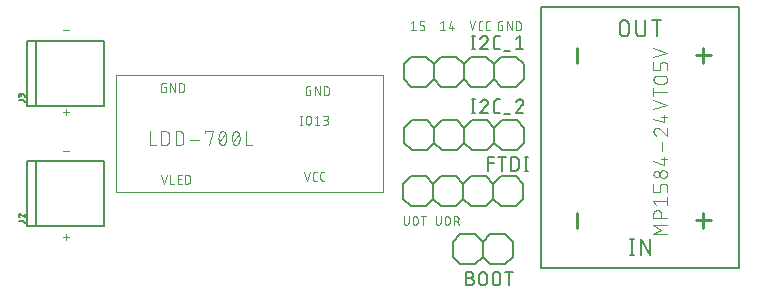
<source format=gbr>
G04 EAGLE Gerber RS-274X export*
G75*
%MOMM*%
%FSLAX34Y34*%
%LPD*%
%INSilkscreen Top*%
%IPPOS*%
%AMOC8*
5,1,8,0,0,1.08239X$1,22.5*%
G01*
%ADD10C,0.076200*%
%ADD11C,0.152400*%
%ADD12C,0.127000*%
%ADD13C,0.203200*%
%ADD14C,0.100000*%
%ADD15C,0.101600*%
%ADD16C,0.254000*%


D10*
X403016Y240409D02*
X404243Y240409D01*
X404243Y236317D01*
X401788Y236317D01*
X401710Y236319D01*
X401632Y236324D01*
X401555Y236334D01*
X401478Y236347D01*
X401402Y236363D01*
X401327Y236383D01*
X401253Y236407D01*
X401180Y236434D01*
X401108Y236465D01*
X401038Y236499D01*
X400970Y236536D01*
X400903Y236577D01*
X400838Y236621D01*
X400776Y236667D01*
X400716Y236717D01*
X400658Y236769D01*
X400603Y236824D01*
X400551Y236882D01*
X400501Y236942D01*
X400455Y237004D01*
X400411Y237069D01*
X400370Y237136D01*
X400333Y237204D01*
X400299Y237274D01*
X400268Y237346D01*
X400241Y237419D01*
X400217Y237493D01*
X400197Y237568D01*
X400181Y237644D01*
X400168Y237721D01*
X400158Y237798D01*
X400153Y237876D01*
X400151Y237954D01*
X400151Y242046D01*
X400153Y242126D01*
X400159Y242206D01*
X400169Y242286D01*
X400182Y242365D01*
X400200Y242444D01*
X400221Y242521D01*
X400247Y242597D01*
X400276Y242672D01*
X400308Y242746D01*
X400344Y242818D01*
X400384Y242888D01*
X400427Y242955D01*
X400473Y243021D01*
X400523Y243084D01*
X400575Y243145D01*
X400630Y243204D01*
X400689Y243259D01*
X400749Y243311D01*
X400813Y243361D01*
X400879Y243407D01*
X400946Y243450D01*
X401016Y243490D01*
X401088Y243526D01*
X401162Y243558D01*
X401236Y243587D01*
X401313Y243613D01*
X401390Y243634D01*
X401469Y243652D01*
X401548Y243665D01*
X401628Y243675D01*
X401708Y243681D01*
X401788Y243683D01*
X404243Y243683D01*
X407954Y243683D02*
X407954Y236317D01*
X412046Y236317D02*
X407954Y243683D01*
X412046Y243683D02*
X412046Y236317D01*
X415757Y236317D02*
X415757Y243683D01*
X417803Y243683D01*
X417892Y243681D01*
X417981Y243675D01*
X418070Y243665D01*
X418158Y243652D01*
X418246Y243635D01*
X418333Y243613D01*
X418418Y243588D01*
X418503Y243560D01*
X418586Y243527D01*
X418668Y243491D01*
X418748Y243452D01*
X418826Y243409D01*
X418902Y243363D01*
X418977Y243313D01*
X419049Y243260D01*
X419118Y243204D01*
X419185Y243145D01*
X419250Y243084D01*
X419311Y243019D01*
X419370Y242952D01*
X419426Y242883D01*
X419479Y242811D01*
X419529Y242736D01*
X419575Y242660D01*
X419618Y242582D01*
X419657Y242502D01*
X419693Y242420D01*
X419726Y242337D01*
X419754Y242252D01*
X419779Y242167D01*
X419801Y242080D01*
X419818Y241992D01*
X419831Y241904D01*
X419841Y241815D01*
X419847Y241726D01*
X419849Y241637D01*
X419849Y238363D01*
X419847Y238274D01*
X419841Y238185D01*
X419831Y238096D01*
X419818Y238008D01*
X419801Y237920D01*
X419779Y237833D01*
X419754Y237748D01*
X419726Y237663D01*
X419693Y237580D01*
X419657Y237498D01*
X419618Y237418D01*
X419575Y237340D01*
X419529Y237264D01*
X419479Y237189D01*
X419426Y237117D01*
X419370Y237048D01*
X419311Y236981D01*
X419250Y236916D01*
X419185Y236855D01*
X419118Y236796D01*
X419049Y236740D01*
X418977Y236687D01*
X418902Y236637D01*
X418826Y236591D01*
X418748Y236548D01*
X418668Y236509D01*
X418586Y236473D01*
X418503Y236440D01*
X418418Y236412D01*
X418333Y236387D01*
X418246Y236365D01*
X418158Y236348D01*
X418070Y236335D01*
X417981Y236325D01*
X417892Y236319D01*
X417803Y236317D01*
X415757Y236317D01*
X378920Y236317D02*
X376465Y243683D01*
X381375Y243683D02*
X378920Y236317D01*
X385803Y236317D02*
X387440Y236317D01*
X385803Y236317D02*
X385725Y236319D01*
X385647Y236324D01*
X385570Y236334D01*
X385493Y236347D01*
X385417Y236363D01*
X385342Y236383D01*
X385268Y236407D01*
X385195Y236434D01*
X385123Y236465D01*
X385053Y236499D01*
X384985Y236536D01*
X384918Y236577D01*
X384853Y236621D01*
X384791Y236667D01*
X384731Y236717D01*
X384673Y236769D01*
X384618Y236824D01*
X384566Y236882D01*
X384516Y236942D01*
X384470Y237004D01*
X384426Y237069D01*
X384385Y237136D01*
X384348Y237204D01*
X384314Y237274D01*
X384283Y237346D01*
X384256Y237419D01*
X384232Y237493D01*
X384212Y237568D01*
X384196Y237644D01*
X384183Y237721D01*
X384173Y237798D01*
X384168Y237876D01*
X384166Y237954D01*
X384166Y242046D01*
X384168Y242126D01*
X384174Y242206D01*
X384184Y242286D01*
X384197Y242365D01*
X384215Y242444D01*
X384236Y242521D01*
X384262Y242597D01*
X384291Y242672D01*
X384323Y242746D01*
X384359Y242818D01*
X384399Y242888D01*
X384442Y242955D01*
X384488Y243021D01*
X384538Y243084D01*
X384590Y243145D01*
X384645Y243204D01*
X384704Y243259D01*
X384764Y243311D01*
X384828Y243361D01*
X384894Y243407D01*
X384961Y243450D01*
X385031Y243490D01*
X385103Y243526D01*
X385177Y243558D01*
X385251Y243587D01*
X385328Y243613D01*
X385405Y243634D01*
X385484Y243652D01*
X385563Y243665D01*
X385643Y243675D01*
X385723Y243681D01*
X385803Y243683D01*
X387440Y243683D01*
X391899Y236317D02*
X393536Y236317D01*
X391899Y236317D02*
X391821Y236319D01*
X391743Y236324D01*
X391666Y236334D01*
X391589Y236347D01*
X391513Y236363D01*
X391438Y236383D01*
X391364Y236407D01*
X391291Y236434D01*
X391219Y236465D01*
X391149Y236499D01*
X391081Y236536D01*
X391014Y236577D01*
X390949Y236621D01*
X390887Y236667D01*
X390827Y236717D01*
X390769Y236769D01*
X390714Y236824D01*
X390662Y236882D01*
X390612Y236942D01*
X390566Y237004D01*
X390522Y237069D01*
X390481Y237136D01*
X390444Y237204D01*
X390410Y237274D01*
X390379Y237346D01*
X390352Y237419D01*
X390328Y237493D01*
X390308Y237568D01*
X390292Y237644D01*
X390279Y237721D01*
X390269Y237798D01*
X390264Y237876D01*
X390262Y237954D01*
X390262Y242046D01*
X390264Y242126D01*
X390270Y242206D01*
X390280Y242286D01*
X390293Y242365D01*
X390311Y242444D01*
X390332Y242521D01*
X390358Y242597D01*
X390387Y242672D01*
X390419Y242746D01*
X390455Y242818D01*
X390495Y242888D01*
X390538Y242955D01*
X390584Y243021D01*
X390634Y243084D01*
X390686Y243145D01*
X390741Y243204D01*
X390800Y243259D01*
X390860Y243311D01*
X390924Y243361D01*
X390990Y243407D01*
X391057Y243450D01*
X391127Y243490D01*
X391199Y243526D01*
X391273Y243558D01*
X391347Y243587D01*
X391424Y243613D01*
X391501Y243634D01*
X391580Y243652D01*
X391659Y243665D01*
X391739Y243675D01*
X391819Y243681D01*
X391899Y243683D01*
X393536Y243683D01*
X328842Y243683D02*
X326796Y242046D01*
X328842Y243683D02*
X328842Y236317D01*
X326796Y236317D02*
X330889Y236317D01*
X334112Y236317D02*
X336567Y236317D01*
X336645Y236319D01*
X336723Y236324D01*
X336800Y236334D01*
X336877Y236347D01*
X336953Y236363D01*
X337028Y236383D01*
X337102Y236407D01*
X337175Y236434D01*
X337247Y236465D01*
X337317Y236499D01*
X337386Y236536D01*
X337452Y236577D01*
X337517Y236621D01*
X337579Y236667D01*
X337639Y236717D01*
X337697Y236769D01*
X337752Y236824D01*
X337804Y236882D01*
X337854Y236942D01*
X337900Y237004D01*
X337944Y237069D01*
X337985Y237136D01*
X338022Y237204D01*
X338056Y237274D01*
X338087Y237346D01*
X338114Y237419D01*
X338138Y237493D01*
X338158Y237568D01*
X338174Y237644D01*
X338187Y237721D01*
X338197Y237798D01*
X338202Y237876D01*
X338204Y237954D01*
X338204Y238772D01*
X338202Y238850D01*
X338197Y238928D01*
X338187Y239005D01*
X338174Y239082D01*
X338158Y239158D01*
X338138Y239233D01*
X338114Y239307D01*
X338087Y239380D01*
X338056Y239452D01*
X338022Y239522D01*
X337985Y239591D01*
X337944Y239657D01*
X337900Y239722D01*
X337854Y239784D01*
X337804Y239844D01*
X337752Y239902D01*
X337697Y239957D01*
X337639Y240009D01*
X337579Y240059D01*
X337517Y240105D01*
X337452Y240149D01*
X337386Y240190D01*
X337317Y240227D01*
X337247Y240261D01*
X337175Y240292D01*
X337102Y240319D01*
X337028Y240343D01*
X336953Y240363D01*
X336877Y240379D01*
X336800Y240392D01*
X336723Y240402D01*
X336645Y240407D01*
X336567Y240409D01*
X334112Y240409D01*
X334112Y243683D01*
X338204Y243683D01*
X347869Y78683D02*
X347869Y73363D01*
X347871Y73274D01*
X347877Y73185D01*
X347887Y73096D01*
X347900Y73008D01*
X347917Y72920D01*
X347939Y72833D01*
X347964Y72748D01*
X347992Y72663D01*
X348025Y72580D01*
X348061Y72498D01*
X348100Y72418D01*
X348143Y72340D01*
X348189Y72264D01*
X348239Y72189D01*
X348292Y72117D01*
X348348Y72048D01*
X348407Y71981D01*
X348468Y71916D01*
X348533Y71855D01*
X348600Y71796D01*
X348669Y71740D01*
X348741Y71687D01*
X348816Y71637D01*
X348892Y71591D01*
X348970Y71548D01*
X349050Y71509D01*
X349132Y71473D01*
X349215Y71440D01*
X349300Y71412D01*
X349385Y71387D01*
X349472Y71365D01*
X349560Y71348D01*
X349648Y71335D01*
X349737Y71325D01*
X349826Y71319D01*
X349915Y71317D01*
X350004Y71319D01*
X350093Y71325D01*
X350182Y71335D01*
X350270Y71348D01*
X350358Y71365D01*
X350445Y71387D01*
X350530Y71412D01*
X350615Y71440D01*
X350698Y71473D01*
X350780Y71509D01*
X350860Y71548D01*
X350938Y71591D01*
X351014Y71637D01*
X351089Y71687D01*
X351161Y71740D01*
X351230Y71796D01*
X351297Y71855D01*
X351362Y71916D01*
X351423Y71981D01*
X351482Y72048D01*
X351538Y72117D01*
X351591Y72189D01*
X351641Y72264D01*
X351687Y72340D01*
X351730Y72418D01*
X351769Y72498D01*
X351805Y72580D01*
X351838Y72663D01*
X351866Y72748D01*
X351891Y72833D01*
X351913Y72920D01*
X351930Y73008D01*
X351943Y73096D01*
X351953Y73185D01*
X351959Y73274D01*
X351961Y73363D01*
X351962Y73363D02*
X351962Y78683D01*
X355428Y76637D02*
X355428Y73363D01*
X355428Y76637D02*
X355430Y76726D01*
X355436Y76815D01*
X355446Y76904D01*
X355459Y76992D01*
X355476Y77080D01*
X355498Y77167D01*
X355523Y77252D01*
X355551Y77337D01*
X355584Y77420D01*
X355620Y77502D01*
X355659Y77582D01*
X355702Y77660D01*
X355748Y77736D01*
X355798Y77811D01*
X355851Y77883D01*
X355907Y77952D01*
X355966Y78019D01*
X356027Y78084D01*
X356092Y78145D01*
X356159Y78204D01*
X356228Y78260D01*
X356300Y78313D01*
X356375Y78363D01*
X356451Y78409D01*
X356529Y78452D01*
X356609Y78491D01*
X356691Y78527D01*
X356774Y78560D01*
X356859Y78588D01*
X356944Y78613D01*
X357031Y78635D01*
X357119Y78652D01*
X357207Y78665D01*
X357296Y78675D01*
X357385Y78681D01*
X357474Y78683D01*
X357563Y78681D01*
X357652Y78675D01*
X357741Y78665D01*
X357829Y78652D01*
X357917Y78635D01*
X358004Y78613D01*
X358089Y78588D01*
X358174Y78560D01*
X358257Y78527D01*
X358339Y78491D01*
X358419Y78452D01*
X358497Y78409D01*
X358573Y78363D01*
X358648Y78313D01*
X358720Y78260D01*
X358789Y78204D01*
X358856Y78145D01*
X358921Y78084D01*
X358982Y78019D01*
X359041Y77952D01*
X359097Y77883D01*
X359150Y77811D01*
X359200Y77736D01*
X359246Y77660D01*
X359289Y77582D01*
X359328Y77502D01*
X359364Y77420D01*
X359397Y77337D01*
X359425Y77252D01*
X359450Y77167D01*
X359472Y77080D01*
X359489Y76992D01*
X359502Y76904D01*
X359512Y76815D01*
X359518Y76726D01*
X359520Y76637D01*
X359521Y76637D02*
X359521Y73363D01*
X359520Y73363D02*
X359518Y73274D01*
X359512Y73185D01*
X359502Y73096D01*
X359489Y73008D01*
X359472Y72920D01*
X359450Y72833D01*
X359425Y72748D01*
X359397Y72663D01*
X359364Y72580D01*
X359328Y72498D01*
X359289Y72418D01*
X359246Y72340D01*
X359200Y72264D01*
X359150Y72189D01*
X359097Y72117D01*
X359041Y72048D01*
X358982Y71981D01*
X358921Y71916D01*
X358856Y71855D01*
X358789Y71796D01*
X358720Y71740D01*
X358648Y71687D01*
X358573Y71637D01*
X358497Y71591D01*
X358419Y71548D01*
X358339Y71509D01*
X358257Y71473D01*
X358174Y71440D01*
X358089Y71412D01*
X358004Y71387D01*
X357917Y71365D01*
X357829Y71348D01*
X357741Y71335D01*
X357652Y71325D01*
X357563Y71319D01*
X357474Y71317D01*
X357385Y71319D01*
X357296Y71325D01*
X357207Y71335D01*
X357119Y71348D01*
X357031Y71365D01*
X356944Y71387D01*
X356859Y71412D01*
X356774Y71440D01*
X356691Y71473D01*
X356609Y71509D01*
X356529Y71548D01*
X356451Y71591D01*
X356375Y71637D01*
X356300Y71687D01*
X356228Y71740D01*
X356159Y71796D01*
X356092Y71855D01*
X356027Y71916D01*
X355966Y71981D01*
X355907Y72048D01*
X355851Y72117D01*
X355798Y72189D01*
X355748Y72264D01*
X355702Y72340D01*
X355659Y72418D01*
X355620Y72498D01*
X355584Y72580D01*
X355551Y72663D01*
X355523Y72748D01*
X355498Y72833D01*
X355476Y72920D01*
X355459Y73008D01*
X355446Y73096D01*
X355436Y73185D01*
X355430Y73274D01*
X355428Y73363D01*
X363039Y71317D02*
X363039Y78683D01*
X365085Y78683D01*
X365174Y78681D01*
X365263Y78675D01*
X365352Y78665D01*
X365440Y78652D01*
X365528Y78635D01*
X365615Y78613D01*
X365700Y78588D01*
X365785Y78560D01*
X365868Y78527D01*
X365950Y78491D01*
X366030Y78452D01*
X366108Y78409D01*
X366184Y78363D01*
X366259Y78313D01*
X366331Y78260D01*
X366400Y78204D01*
X366467Y78145D01*
X366532Y78084D01*
X366593Y78019D01*
X366652Y77952D01*
X366708Y77883D01*
X366761Y77811D01*
X366811Y77736D01*
X366857Y77660D01*
X366900Y77582D01*
X366939Y77502D01*
X366975Y77420D01*
X367008Y77337D01*
X367036Y77252D01*
X367061Y77167D01*
X367083Y77080D01*
X367100Y76992D01*
X367113Y76904D01*
X367123Y76815D01*
X367129Y76726D01*
X367131Y76637D01*
X367129Y76548D01*
X367123Y76459D01*
X367113Y76370D01*
X367100Y76282D01*
X367083Y76194D01*
X367061Y76107D01*
X367036Y76022D01*
X367008Y75937D01*
X366975Y75854D01*
X366939Y75772D01*
X366900Y75692D01*
X366857Y75614D01*
X366811Y75538D01*
X366761Y75463D01*
X366708Y75391D01*
X366652Y75322D01*
X366593Y75255D01*
X366532Y75190D01*
X366467Y75129D01*
X366400Y75070D01*
X366331Y75014D01*
X366259Y74961D01*
X366184Y74911D01*
X366108Y74865D01*
X366030Y74822D01*
X365950Y74783D01*
X365868Y74747D01*
X365785Y74714D01*
X365700Y74686D01*
X365615Y74661D01*
X365528Y74639D01*
X365440Y74622D01*
X365352Y74609D01*
X365263Y74599D01*
X365174Y74593D01*
X365085Y74591D01*
X363039Y74591D01*
X365494Y74591D02*
X367131Y71317D01*
X320761Y73363D02*
X320761Y78683D01*
X320761Y73363D02*
X320763Y73274D01*
X320769Y73185D01*
X320779Y73096D01*
X320792Y73008D01*
X320809Y72920D01*
X320831Y72833D01*
X320856Y72748D01*
X320884Y72663D01*
X320917Y72580D01*
X320953Y72498D01*
X320992Y72418D01*
X321035Y72340D01*
X321081Y72264D01*
X321131Y72189D01*
X321184Y72117D01*
X321240Y72048D01*
X321299Y71981D01*
X321360Y71916D01*
X321425Y71855D01*
X321492Y71796D01*
X321561Y71740D01*
X321633Y71687D01*
X321708Y71637D01*
X321784Y71591D01*
X321862Y71548D01*
X321942Y71509D01*
X322024Y71473D01*
X322107Y71440D01*
X322192Y71412D01*
X322277Y71387D01*
X322364Y71365D01*
X322452Y71348D01*
X322540Y71335D01*
X322629Y71325D01*
X322718Y71319D01*
X322807Y71317D01*
X322896Y71319D01*
X322985Y71325D01*
X323074Y71335D01*
X323162Y71348D01*
X323250Y71365D01*
X323337Y71387D01*
X323422Y71412D01*
X323507Y71440D01*
X323590Y71473D01*
X323672Y71509D01*
X323752Y71548D01*
X323830Y71591D01*
X323906Y71637D01*
X323981Y71687D01*
X324053Y71740D01*
X324122Y71796D01*
X324189Y71855D01*
X324254Y71916D01*
X324315Y71981D01*
X324374Y72048D01*
X324430Y72117D01*
X324483Y72189D01*
X324533Y72264D01*
X324579Y72340D01*
X324622Y72418D01*
X324661Y72498D01*
X324697Y72580D01*
X324730Y72663D01*
X324758Y72748D01*
X324783Y72833D01*
X324805Y72920D01*
X324822Y73008D01*
X324835Y73096D01*
X324845Y73185D01*
X324851Y73274D01*
X324853Y73363D01*
X324853Y78683D01*
X328320Y76637D02*
X328320Y73363D01*
X328320Y76637D02*
X328322Y76726D01*
X328328Y76815D01*
X328338Y76904D01*
X328351Y76992D01*
X328368Y77080D01*
X328390Y77167D01*
X328415Y77252D01*
X328443Y77337D01*
X328476Y77420D01*
X328512Y77502D01*
X328551Y77582D01*
X328594Y77660D01*
X328640Y77736D01*
X328690Y77811D01*
X328743Y77883D01*
X328799Y77952D01*
X328858Y78019D01*
X328919Y78084D01*
X328984Y78145D01*
X329051Y78204D01*
X329120Y78260D01*
X329192Y78313D01*
X329267Y78363D01*
X329343Y78409D01*
X329421Y78452D01*
X329501Y78491D01*
X329583Y78527D01*
X329666Y78560D01*
X329751Y78588D01*
X329836Y78613D01*
X329923Y78635D01*
X330011Y78652D01*
X330099Y78665D01*
X330188Y78675D01*
X330277Y78681D01*
X330366Y78683D01*
X330455Y78681D01*
X330544Y78675D01*
X330633Y78665D01*
X330721Y78652D01*
X330809Y78635D01*
X330896Y78613D01*
X330981Y78588D01*
X331066Y78560D01*
X331149Y78527D01*
X331231Y78491D01*
X331311Y78452D01*
X331389Y78409D01*
X331465Y78363D01*
X331540Y78313D01*
X331612Y78260D01*
X331681Y78204D01*
X331748Y78145D01*
X331813Y78084D01*
X331874Y78019D01*
X331933Y77952D01*
X331989Y77883D01*
X332042Y77811D01*
X332092Y77736D01*
X332138Y77660D01*
X332181Y77582D01*
X332220Y77502D01*
X332256Y77420D01*
X332289Y77337D01*
X332317Y77252D01*
X332342Y77167D01*
X332364Y77080D01*
X332381Y76992D01*
X332394Y76904D01*
X332404Y76815D01*
X332410Y76726D01*
X332412Y76637D01*
X332412Y73363D01*
X332410Y73274D01*
X332404Y73185D01*
X332394Y73096D01*
X332381Y73008D01*
X332364Y72920D01*
X332342Y72833D01*
X332317Y72748D01*
X332289Y72663D01*
X332256Y72580D01*
X332220Y72498D01*
X332181Y72418D01*
X332138Y72340D01*
X332092Y72264D01*
X332042Y72189D01*
X331989Y72117D01*
X331933Y72048D01*
X331874Y71981D01*
X331813Y71916D01*
X331748Y71855D01*
X331681Y71796D01*
X331612Y71740D01*
X331540Y71687D01*
X331465Y71637D01*
X331389Y71591D01*
X331311Y71548D01*
X331231Y71509D01*
X331149Y71473D01*
X331066Y71440D01*
X330981Y71412D01*
X330896Y71387D01*
X330809Y71365D01*
X330721Y71348D01*
X330633Y71335D01*
X330544Y71325D01*
X330455Y71319D01*
X330366Y71317D01*
X330277Y71319D01*
X330188Y71325D01*
X330099Y71335D01*
X330011Y71348D01*
X329923Y71365D01*
X329836Y71387D01*
X329751Y71412D01*
X329666Y71440D01*
X329583Y71473D01*
X329501Y71509D01*
X329421Y71548D01*
X329343Y71591D01*
X329267Y71637D01*
X329192Y71687D01*
X329120Y71740D01*
X329051Y71796D01*
X328984Y71855D01*
X328919Y71916D01*
X328858Y71981D01*
X328799Y72048D01*
X328743Y72117D01*
X328690Y72189D01*
X328640Y72264D01*
X328594Y72340D01*
X328551Y72418D01*
X328512Y72498D01*
X328476Y72580D01*
X328443Y72663D01*
X328415Y72748D01*
X328390Y72833D01*
X328368Y72920D01*
X328351Y73008D01*
X328338Y73096D01*
X328328Y73185D01*
X328322Y73274D01*
X328320Y73363D01*
X337193Y71317D02*
X337193Y78683D01*
X335147Y78683D02*
X339239Y78683D01*
X351796Y242046D02*
X353842Y243683D01*
X353842Y236317D01*
X351796Y236317D02*
X355889Y236317D01*
X359112Y237954D02*
X360748Y243683D01*
X359112Y237954D02*
X363204Y237954D01*
X361976Y239591D02*
X361976Y236317D01*
X236465Y116183D02*
X238920Y108817D01*
X241375Y116183D01*
X245803Y108817D02*
X247440Y108817D01*
X245803Y108817D02*
X245725Y108819D01*
X245647Y108824D01*
X245570Y108834D01*
X245493Y108847D01*
X245417Y108863D01*
X245342Y108883D01*
X245268Y108907D01*
X245195Y108934D01*
X245123Y108965D01*
X245053Y108999D01*
X244985Y109036D01*
X244918Y109077D01*
X244853Y109121D01*
X244791Y109167D01*
X244731Y109217D01*
X244673Y109269D01*
X244618Y109324D01*
X244566Y109382D01*
X244516Y109442D01*
X244470Y109504D01*
X244426Y109569D01*
X244385Y109636D01*
X244348Y109704D01*
X244314Y109774D01*
X244283Y109846D01*
X244256Y109919D01*
X244232Y109993D01*
X244212Y110068D01*
X244196Y110144D01*
X244183Y110221D01*
X244173Y110298D01*
X244168Y110376D01*
X244166Y110454D01*
X244166Y114546D01*
X244168Y114626D01*
X244174Y114706D01*
X244184Y114786D01*
X244197Y114865D01*
X244215Y114944D01*
X244236Y115021D01*
X244262Y115097D01*
X244291Y115172D01*
X244323Y115246D01*
X244359Y115318D01*
X244399Y115388D01*
X244442Y115455D01*
X244488Y115521D01*
X244538Y115584D01*
X244590Y115645D01*
X244645Y115704D01*
X244704Y115759D01*
X244764Y115811D01*
X244828Y115861D01*
X244894Y115907D01*
X244961Y115950D01*
X245031Y115990D01*
X245103Y116026D01*
X245177Y116058D01*
X245251Y116087D01*
X245328Y116113D01*
X245405Y116134D01*
X245484Y116152D01*
X245563Y116165D01*
X245643Y116175D01*
X245723Y116181D01*
X245803Y116183D01*
X247440Y116183D01*
X251899Y108817D02*
X253536Y108817D01*
X251899Y108817D02*
X251821Y108819D01*
X251743Y108824D01*
X251666Y108834D01*
X251589Y108847D01*
X251513Y108863D01*
X251438Y108883D01*
X251364Y108907D01*
X251291Y108934D01*
X251219Y108965D01*
X251149Y108999D01*
X251081Y109036D01*
X251014Y109077D01*
X250949Y109121D01*
X250887Y109167D01*
X250827Y109217D01*
X250769Y109269D01*
X250714Y109324D01*
X250662Y109382D01*
X250612Y109442D01*
X250566Y109504D01*
X250522Y109569D01*
X250481Y109636D01*
X250444Y109704D01*
X250410Y109774D01*
X250379Y109846D01*
X250352Y109919D01*
X250328Y109993D01*
X250308Y110068D01*
X250292Y110144D01*
X250279Y110221D01*
X250269Y110298D01*
X250264Y110376D01*
X250262Y110454D01*
X250262Y114546D01*
X250264Y114626D01*
X250270Y114706D01*
X250280Y114786D01*
X250293Y114865D01*
X250311Y114944D01*
X250332Y115021D01*
X250358Y115097D01*
X250387Y115172D01*
X250419Y115246D01*
X250455Y115318D01*
X250495Y115388D01*
X250538Y115455D01*
X250584Y115521D01*
X250634Y115584D01*
X250686Y115645D01*
X250741Y115704D01*
X250800Y115759D01*
X250860Y115811D01*
X250924Y115861D01*
X250990Y115907D01*
X251057Y115950D01*
X251127Y115990D01*
X251199Y116026D01*
X251273Y116058D01*
X251347Y116087D01*
X251424Y116113D01*
X251501Y116134D01*
X251580Y116152D01*
X251659Y116165D01*
X251739Y116175D01*
X251819Y116181D01*
X251899Y116183D01*
X253536Y116183D01*
X117585Y106317D02*
X115130Y113683D01*
X120041Y113683D02*
X117585Y106317D01*
X123114Y106317D02*
X123114Y113683D01*
X123114Y106317D02*
X126388Y106317D01*
X129454Y106317D02*
X132727Y106317D01*
X129454Y106317D02*
X129454Y113683D01*
X132727Y113683D01*
X131909Y110409D02*
X129454Y110409D01*
X135778Y113683D02*
X135778Y106317D01*
X135778Y113683D02*
X137824Y113683D01*
X137913Y113681D01*
X138002Y113675D01*
X138091Y113665D01*
X138179Y113652D01*
X138267Y113635D01*
X138354Y113613D01*
X138439Y113588D01*
X138524Y113560D01*
X138607Y113527D01*
X138689Y113491D01*
X138769Y113452D01*
X138847Y113409D01*
X138923Y113363D01*
X138998Y113313D01*
X139070Y113260D01*
X139139Y113204D01*
X139206Y113145D01*
X139271Y113084D01*
X139332Y113019D01*
X139391Y112952D01*
X139447Y112883D01*
X139500Y112811D01*
X139550Y112736D01*
X139596Y112660D01*
X139639Y112582D01*
X139678Y112502D01*
X139714Y112420D01*
X139747Y112337D01*
X139775Y112252D01*
X139800Y112167D01*
X139822Y112080D01*
X139839Y111992D01*
X139852Y111904D01*
X139862Y111815D01*
X139868Y111726D01*
X139870Y111637D01*
X139870Y108363D01*
X139868Y108274D01*
X139862Y108185D01*
X139852Y108096D01*
X139839Y108008D01*
X139822Y107920D01*
X139800Y107833D01*
X139775Y107748D01*
X139747Y107663D01*
X139714Y107580D01*
X139678Y107498D01*
X139639Y107418D01*
X139596Y107340D01*
X139550Y107264D01*
X139500Y107189D01*
X139447Y107117D01*
X139391Y107048D01*
X139332Y106981D01*
X139271Y106916D01*
X139206Y106855D01*
X139139Y106796D01*
X139070Y106740D01*
X138998Y106687D01*
X138923Y106637D01*
X138847Y106591D01*
X138769Y106548D01*
X138689Y106509D01*
X138607Y106473D01*
X138524Y106440D01*
X138439Y106412D01*
X138354Y106387D01*
X138267Y106365D01*
X138179Y106348D01*
X138091Y106335D01*
X138002Y106325D01*
X137913Y106319D01*
X137824Y106317D01*
X135778Y106317D01*
X119243Y187909D02*
X118016Y187909D01*
X119243Y187909D02*
X119243Y183817D01*
X116788Y183817D01*
X116710Y183819D01*
X116632Y183824D01*
X116555Y183834D01*
X116478Y183847D01*
X116402Y183863D01*
X116327Y183883D01*
X116253Y183907D01*
X116180Y183934D01*
X116108Y183965D01*
X116038Y183999D01*
X115970Y184036D01*
X115903Y184077D01*
X115838Y184121D01*
X115776Y184167D01*
X115716Y184217D01*
X115658Y184269D01*
X115603Y184324D01*
X115551Y184382D01*
X115501Y184442D01*
X115455Y184504D01*
X115411Y184569D01*
X115370Y184636D01*
X115333Y184704D01*
X115299Y184774D01*
X115268Y184846D01*
X115241Y184919D01*
X115217Y184993D01*
X115197Y185068D01*
X115181Y185144D01*
X115168Y185221D01*
X115158Y185298D01*
X115153Y185376D01*
X115151Y185454D01*
X115151Y189546D01*
X115153Y189626D01*
X115159Y189706D01*
X115169Y189786D01*
X115182Y189865D01*
X115200Y189944D01*
X115221Y190021D01*
X115247Y190097D01*
X115276Y190172D01*
X115308Y190246D01*
X115344Y190318D01*
X115384Y190388D01*
X115427Y190455D01*
X115473Y190521D01*
X115523Y190584D01*
X115575Y190645D01*
X115630Y190704D01*
X115689Y190759D01*
X115749Y190811D01*
X115813Y190861D01*
X115879Y190907D01*
X115946Y190950D01*
X116016Y190990D01*
X116088Y191026D01*
X116162Y191058D01*
X116236Y191087D01*
X116313Y191113D01*
X116390Y191134D01*
X116469Y191152D01*
X116548Y191165D01*
X116628Y191175D01*
X116708Y191181D01*
X116788Y191183D01*
X119243Y191183D01*
X122954Y191183D02*
X122954Y183817D01*
X127046Y183817D02*
X122954Y191183D01*
X127046Y191183D02*
X127046Y183817D01*
X130757Y183817D02*
X130757Y191183D01*
X132803Y191183D01*
X132892Y191181D01*
X132981Y191175D01*
X133070Y191165D01*
X133158Y191152D01*
X133246Y191135D01*
X133333Y191113D01*
X133418Y191088D01*
X133503Y191060D01*
X133586Y191027D01*
X133668Y190991D01*
X133748Y190952D01*
X133826Y190909D01*
X133902Y190863D01*
X133977Y190813D01*
X134049Y190760D01*
X134118Y190704D01*
X134185Y190645D01*
X134250Y190584D01*
X134311Y190519D01*
X134370Y190452D01*
X134426Y190383D01*
X134479Y190311D01*
X134529Y190236D01*
X134575Y190160D01*
X134618Y190082D01*
X134657Y190002D01*
X134693Y189920D01*
X134726Y189837D01*
X134754Y189752D01*
X134779Y189667D01*
X134801Y189580D01*
X134818Y189492D01*
X134831Y189404D01*
X134841Y189315D01*
X134847Y189226D01*
X134849Y189137D01*
X134849Y185863D01*
X134847Y185774D01*
X134841Y185685D01*
X134831Y185596D01*
X134818Y185508D01*
X134801Y185420D01*
X134779Y185333D01*
X134754Y185248D01*
X134726Y185163D01*
X134693Y185080D01*
X134657Y184998D01*
X134618Y184918D01*
X134575Y184840D01*
X134529Y184764D01*
X134479Y184689D01*
X134426Y184617D01*
X134370Y184548D01*
X134311Y184481D01*
X134250Y184416D01*
X134185Y184355D01*
X134118Y184296D01*
X134049Y184240D01*
X133977Y184187D01*
X133902Y184137D01*
X133826Y184091D01*
X133748Y184048D01*
X133668Y184009D01*
X133586Y183973D01*
X133503Y183940D01*
X133418Y183912D01*
X133333Y183887D01*
X133246Y183865D01*
X133158Y183848D01*
X133070Y183835D01*
X132981Y183825D01*
X132892Y183819D01*
X132803Y183817D01*
X130757Y183817D01*
X240516Y185409D02*
X241743Y185409D01*
X241743Y181317D01*
X239288Y181317D01*
X239210Y181319D01*
X239132Y181324D01*
X239055Y181334D01*
X238978Y181347D01*
X238902Y181363D01*
X238827Y181383D01*
X238753Y181407D01*
X238680Y181434D01*
X238608Y181465D01*
X238538Y181499D01*
X238470Y181536D01*
X238403Y181577D01*
X238338Y181621D01*
X238276Y181667D01*
X238216Y181717D01*
X238158Y181769D01*
X238103Y181824D01*
X238051Y181882D01*
X238001Y181942D01*
X237955Y182004D01*
X237911Y182069D01*
X237870Y182136D01*
X237833Y182204D01*
X237799Y182274D01*
X237768Y182346D01*
X237741Y182419D01*
X237717Y182493D01*
X237697Y182568D01*
X237681Y182644D01*
X237668Y182721D01*
X237658Y182798D01*
X237653Y182876D01*
X237651Y182954D01*
X237651Y187046D01*
X237653Y187126D01*
X237659Y187206D01*
X237669Y187286D01*
X237682Y187365D01*
X237700Y187444D01*
X237721Y187521D01*
X237747Y187597D01*
X237776Y187672D01*
X237808Y187746D01*
X237844Y187818D01*
X237884Y187888D01*
X237927Y187955D01*
X237973Y188021D01*
X238023Y188084D01*
X238075Y188145D01*
X238130Y188204D01*
X238189Y188259D01*
X238249Y188311D01*
X238313Y188361D01*
X238379Y188407D01*
X238446Y188450D01*
X238516Y188490D01*
X238588Y188526D01*
X238662Y188558D01*
X238736Y188587D01*
X238813Y188613D01*
X238890Y188634D01*
X238969Y188652D01*
X239048Y188665D01*
X239128Y188675D01*
X239208Y188681D01*
X239288Y188683D01*
X241743Y188683D01*
X245454Y188683D02*
X245454Y181317D01*
X249546Y181317D02*
X245454Y188683D01*
X249546Y188683D02*
X249546Y181317D01*
X253257Y181317D02*
X253257Y188683D01*
X255303Y188683D01*
X255392Y188681D01*
X255481Y188675D01*
X255570Y188665D01*
X255658Y188652D01*
X255746Y188635D01*
X255833Y188613D01*
X255918Y188588D01*
X256003Y188560D01*
X256086Y188527D01*
X256168Y188491D01*
X256248Y188452D01*
X256326Y188409D01*
X256402Y188363D01*
X256477Y188313D01*
X256549Y188260D01*
X256618Y188204D01*
X256685Y188145D01*
X256750Y188084D01*
X256811Y188019D01*
X256870Y187952D01*
X256926Y187883D01*
X256979Y187811D01*
X257029Y187736D01*
X257075Y187660D01*
X257118Y187582D01*
X257157Y187502D01*
X257193Y187420D01*
X257226Y187337D01*
X257254Y187252D01*
X257279Y187167D01*
X257301Y187080D01*
X257318Y186992D01*
X257331Y186904D01*
X257341Y186815D01*
X257347Y186726D01*
X257349Y186637D01*
X257349Y183363D01*
X257347Y183274D01*
X257341Y183185D01*
X257331Y183096D01*
X257318Y183008D01*
X257301Y182920D01*
X257279Y182833D01*
X257254Y182748D01*
X257226Y182663D01*
X257193Y182580D01*
X257157Y182498D01*
X257118Y182418D01*
X257075Y182340D01*
X257029Y182264D01*
X256979Y182189D01*
X256926Y182117D01*
X256870Y182048D01*
X256811Y181981D01*
X256750Y181916D01*
X256685Y181855D01*
X256618Y181796D01*
X256549Y181740D01*
X256477Y181687D01*
X256402Y181637D01*
X256326Y181591D01*
X256248Y181548D01*
X256168Y181509D01*
X256086Y181473D01*
X256003Y181440D01*
X255918Y181412D01*
X255833Y181387D01*
X255746Y181365D01*
X255658Y181348D01*
X255570Y181335D01*
X255481Y181325D01*
X255392Y181319D01*
X255303Y181317D01*
X253257Y181317D01*
X234145Y163683D02*
X234145Y156317D01*
X234963Y156317D02*
X233326Y156317D01*
X233326Y163683D02*
X234963Y163683D01*
X237951Y161637D02*
X237951Y158363D01*
X237951Y161637D02*
X237953Y161726D01*
X237959Y161815D01*
X237969Y161904D01*
X237982Y161992D01*
X237999Y162080D01*
X238021Y162167D01*
X238046Y162252D01*
X238074Y162337D01*
X238107Y162420D01*
X238143Y162502D01*
X238182Y162582D01*
X238225Y162660D01*
X238271Y162736D01*
X238321Y162811D01*
X238374Y162883D01*
X238430Y162952D01*
X238489Y163019D01*
X238550Y163084D01*
X238615Y163145D01*
X238682Y163204D01*
X238751Y163260D01*
X238823Y163313D01*
X238898Y163363D01*
X238974Y163409D01*
X239052Y163452D01*
X239132Y163491D01*
X239214Y163527D01*
X239297Y163560D01*
X239382Y163588D01*
X239467Y163613D01*
X239554Y163635D01*
X239642Y163652D01*
X239730Y163665D01*
X239819Y163675D01*
X239908Y163681D01*
X239997Y163683D01*
X240086Y163681D01*
X240175Y163675D01*
X240264Y163665D01*
X240352Y163652D01*
X240440Y163635D01*
X240527Y163613D01*
X240612Y163588D01*
X240697Y163560D01*
X240780Y163527D01*
X240862Y163491D01*
X240942Y163452D01*
X241020Y163409D01*
X241096Y163363D01*
X241171Y163313D01*
X241243Y163260D01*
X241312Y163204D01*
X241379Y163145D01*
X241444Y163084D01*
X241505Y163019D01*
X241564Y162952D01*
X241620Y162883D01*
X241673Y162811D01*
X241723Y162736D01*
X241769Y162660D01*
X241812Y162582D01*
X241851Y162502D01*
X241887Y162420D01*
X241920Y162337D01*
X241948Y162252D01*
X241973Y162167D01*
X241995Y162080D01*
X242012Y161992D01*
X242025Y161904D01*
X242035Y161815D01*
X242041Y161726D01*
X242043Y161637D01*
X242043Y158363D01*
X242041Y158274D01*
X242035Y158185D01*
X242025Y158096D01*
X242012Y158008D01*
X241995Y157920D01*
X241973Y157833D01*
X241948Y157748D01*
X241920Y157663D01*
X241887Y157580D01*
X241851Y157498D01*
X241812Y157418D01*
X241769Y157340D01*
X241723Y157264D01*
X241673Y157189D01*
X241620Y157117D01*
X241564Y157048D01*
X241505Y156981D01*
X241444Y156916D01*
X241379Y156855D01*
X241312Y156796D01*
X241243Y156740D01*
X241171Y156687D01*
X241096Y156637D01*
X241020Y156591D01*
X240942Y156548D01*
X240862Y156509D01*
X240780Y156473D01*
X240697Y156440D01*
X240612Y156412D01*
X240527Y156387D01*
X240440Y156365D01*
X240352Y156348D01*
X240264Y156335D01*
X240175Y156325D01*
X240086Y156319D01*
X239997Y156317D01*
X239908Y156319D01*
X239819Y156325D01*
X239730Y156335D01*
X239642Y156348D01*
X239554Y156365D01*
X239467Y156387D01*
X239382Y156412D01*
X239297Y156440D01*
X239214Y156473D01*
X239132Y156509D01*
X239052Y156548D01*
X238974Y156591D01*
X238898Y156637D01*
X238823Y156687D01*
X238751Y156740D01*
X238682Y156796D01*
X238615Y156855D01*
X238550Y156916D01*
X238489Y156981D01*
X238430Y157048D01*
X238374Y157117D01*
X238321Y157189D01*
X238271Y157264D01*
X238225Y157340D01*
X238182Y157418D01*
X238143Y157498D01*
X238107Y157580D01*
X238074Y157663D01*
X238046Y157748D01*
X238021Y157833D01*
X237999Y157920D01*
X237982Y158008D01*
X237969Y158096D01*
X237959Y158185D01*
X237953Y158274D01*
X237951Y158363D01*
X245266Y162046D02*
X247312Y163683D01*
X247312Y156317D01*
X245266Y156317D02*
X249358Y156317D01*
X252581Y156317D02*
X254627Y156317D01*
X254716Y156319D01*
X254805Y156325D01*
X254894Y156335D01*
X254982Y156348D01*
X255070Y156365D01*
X255157Y156387D01*
X255242Y156412D01*
X255327Y156440D01*
X255410Y156473D01*
X255492Y156509D01*
X255572Y156548D01*
X255650Y156591D01*
X255726Y156637D01*
X255801Y156687D01*
X255873Y156740D01*
X255942Y156796D01*
X256009Y156855D01*
X256074Y156916D01*
X256135Y156981D01*
X256194Y157048D01*
X256250Y157117D01*
X256303Y157189D01*
X256353Y157264D01*
X256399Y157340D01*
X256442Y157418D01*
X256481Y157498D01*
X256517Y157580D01*
X256550Y157663D01*
X256578Y157748D01*
X256603Y157833D01*
X256625Y157920D01*
X256642Y158008D01*
X256655Y158096D01*
X256665Y158185D01*
X256671Y158274D01*
X256673Y158363D01*
X256671Y158452D01*
X256665Y158541D01*
X256655Y158630D01*
X256642Y158718D01*
X256625Y158806D01*
X256603Y158893D01*
X256578Y158978D01*
X256550Y159063D01*
X256517Y159146D01*
X256481Y159228D01*
X256442Y159308D01*
X256399Y159386D01*
X256353Y159462D01*
X256303Y159537D01*
X256250Y159609D01*
X256194Y159678D01*
X256135Y159745D01*
X256074Y159810D01*
X256009Y159871D01*
X255942Y159930D01*
X255873Y159986D01*
X255801Y160039D01*
X255726Y160089D01*
X255650Y160135D01*
X255572Y160178D01*
X255492Y160217D01*
X255410Y160253D01*
X255327Y160286D01*
X255242Y160314D01*
X255157Y160339D01*
X255070Y160361D01*
X254982Y160378D01*
X254894Y160391D01*
X254805Y160401D01*
X254716Y160407D01*
X254627Y160409D01*
X255037Y163683D02*
X252581Y163683D01*
X255037Y163683D02*
X255116Y163681D01*
X255195Y163675D01*
X255274Y163666D01*
X255352Y163653D01*
X255429Y163635D01*
X255505Y163615D01*
X255580Y163590D01*
X255654Y163562D01*
X255727Y163531D01*
X255798Y163495D01*
X255867Y163457D01*
X255934Y163415D01*
X255999Y163370D01*
X256062Y163322D01*
X256123Y163271D01*
X256180Y163217D01*
X256236Y163161D01*
X256288Y163102D01*
X256338Y163040D01*
X256384Y162976D01*
X256428Y162910D01*
X256468Y162842D01*
X256504Y162772D01*
X256538Y162700D01*
X256568Y162626D01*
X256594Y162552D01*
X256617Y162476D01*
X256635Y162399D01*
X256651Y162322D01*
X256662Y162243D01*
X256670Y162165D01*
X256674Y162086D01*
X256674Y162006D01*
X256670Y161927D01*
X256662Y161849D01*
X256651Y161770D01*
X256635Y161693D01*
X256617Y161616D01*
X256594Y161540D01*
X256568Y161466D01*
X256538Y161392D01*
X256504Y161320D01*
X256468Y161250D01*
X256428Y161182D01*
X256384Y161116D01*
X256338Y161052D01*
X256288Y160990D01*
X256236Y160931D01*
X256180Y160875D01*
X256123Y160821D01*
X256062Y160770D01*
X255999Y160722D01*
X255934Y160677D01*
X255867Y160635D01*
X255798Y160597D01*
X255727Y160561D01*
X255654Y160530D01*
X255580Y160502D01*
X255505Y160477D01*
X255429Y160457D01*
X255352Y160439D01*
X255274Y160426D01*
X255195Y160417D01*
X255116Y160411D01*
X255037Y160409D01*
X253400Y160409D01*
X37455Y236682D02*
X32545Y236682D01*
X32045Y134182D02*
X36955Y134182D01*
X36955Y166682D02*
X32045Y166682D01*
X34500Y169137D02*
X34500Y164226D01*
X32045Y61182D02*
X36955Y61182D01*
X34500Y63637D02*
X34500Y58726D01*
D11*
X364850Y87300D02*
X371200Y93650D01*
X364850Y87300D02*
X352150Y87300D01*
X345800Y93650D01*
X345800Y106350D01*
X352150Y112700D01*
X364850Y112700D01*
X371200Y106350D01*
X402950Y87300D02*
X415650Y87300D01*
X402950Y87300D02*
X396600Y93650D01*
X396600Y106350D01*
X402950Y112700D01*
X396600Y93650D02*
X390250Y87300D01*
X377550Y87300D01*
X371200Y93650D01*
X371200Y106350D01*
X377550Y112700D01*
X390250Y112700D01*
X396600Y106350D01*
X422000Y106350D02*
X422000Y93650D01*
X415650Y87300D01*
X422000Y106350D02*
X415650Y112700D01*
X402950Y112700D01*
X339450Y87300D02*
X326750Y87300D01*
X320400Y93650D01*
X320400Y106350D01*
X326750Y112700D01*
X345800Y93650D02*
X339450Y87300D01*
X345800Y106350D02*
X339450Y112700D01*
X326750Y112700D01*
D12*
X392070Y117347D02*
X392070Y128777D01*
X397150Y128777D01*
X397150Y123697D02*
X392070Y123697D01*
X403983Y128777D02*
X403983Y117347D01*
X400808Y128777D02*
X407158Y128777D01*
X411857Y128777D02*
X411857Y117347D01*
X411857Y128777D02*
X415032Y128777D01*
X415143Y128775D01*
X415253Y128769D01*
X415364Y128760D01*
X415474Y128746D01*
X415583Y128729D01*
X415692Y128708D01*
X415800Y128683D01*
X415907Y128654D01*
X416013Y128622D01*
X416118Y128586D01*
X416221Y128546D01*
X416323Y128503D01*
X416424Y128456D01*
X416523Y128405D01*
X416620Y128352D01*
X416714Y128295D01*
X416807Y128234D01*
X416898Y128171D01*
X416987Y128104D01*
X417073Y128034D01*
X417156Y127961D01*
X417238Y127886D01*
X417316Y127808D01*
X417391Y127726D01*
X417464Y127643D01*
X417534Y127557D01*
X417601Y127468D01*
X417664Y127377D01*
X417725Y127284D01*
X417782Y127190D01*
X417835Y127093D01*
X417886Y126994D01*
X417933Y126893D01*
X417976Y126791D01*
X418016Y126688D01*
X418052Y126583D01*
X418084Y126477D01*
X418113Y126370D01*
X418138Y126262D01*
X418159Y126153D01*
X418176Y126044D01*
X418190Y125934D01*
X418199Y125823D01*
X418205Y125713D01*
X418207Y125602D01*
X418207Y120522D01*
X418205Y120411D01*
X418199Y120301D01*
X418190Y120190D01*
X418176Y120080D01*
X418159Y119971D01*
X418138Y119862D01*
X418113Y119754D01*
X418084Y119647D01*
X418052Y119541D01*
X418016Y119436D01*
X417976Y119333D01*
X417933Y119231D01*
X417886Y119130D01*
X417835Y119031D01*
X417782Y118934D01*
X417725Y118840D01*
X417664Y118747D01*
X417601Y118656D01*
X417534Y118567D01*
X417464Y118481D01*
X417391Y118398D01*
X417316Y118316D01*
X417238Y118238D01*
X417156Y118163D01*
X417073Y118090D01*
X416987Y118020D01*
X416898Y117953D01*
X416807Y117890D01*
X416714Y117829D01*
X416620Y117772D01*
X416523Y117719D01*
X416424Y117668D01*
X416323Y117621D01*
X416221Y117578D01*
X416118Y117538D01*
X416013Y117502D01*
X415907Y117470D01*
X415800Y117441D01*
X415692Y117416D01*
X415583Y117395D01*
X415474Y117378D01*
X415364Y117364D01*
X415253Y117355D01*
X415143Y117349D01*
X415032Y117347D01*
X411857Y117347D01*
X424557Y117347D02*
X424557Y128777D01*
X423287Y117347D02*
X425827Y117347D01*
X425827Y128777D02*
X423287Y128777D01*
D11*
X371700Y207450D02*
X378050Y213800D01*
X390750Y213800D01*
X397100Y207450D01*
X397100Y194750D01*
X390750Y188400D01*
X378050Y188400D01*
X371700Y194750D01*
X339950Y213800D02*
X327250Y213800D01*
X339950Y213800D02*
X346300Y207450D01*
X346300Y194750D01*
X339950Y188400D01*
X346300Y207450D02*
X352650Y213800D01*
X365350Y213800D01*
X371700Y207450D01*
X371700Y194750D01*
X365350Y188400D01*
X352650Y188400D01*
X346300Y194750D01*
X320900Y194750D02*
X320900Y207450D01*
X327250Y213800D01*
X320900Y194750D02*
X327250Y188400D01*
X339950Y188400D01*
X403450Y213800D02*
X416150Y213800D01*
X422500Y207450D01*
X422500Y194750D01*
X416150Y188400D01*
X397100Y207450D02*
X403450Y213800D01*
X397100Y194750D02*
X403450Y188400D01*
X416150Y188400D01*
D12*
X379543Y220023D02*
X379543Y231453D01*
X378273Y220023D02*
X380813Y220023D01*
X380813Y231453D02*
X378273Y231453D01*
X389005Y231454D02*
X389109Y231452D01*
X389214Y231446D01*
X389318Y231437D01*
X389421Y231424D01*
X389524Y231406D01*
X389626Y231386D01*
X389728Y231361D01*
X389828Y231333D01*
X389928Y231301D01*
X390026Y231265D01*
X390123Y231226D01*
X390218Y231184D01*
X390312Y231138D01*
X390404Y231088D01*
X390494Y231036D01*
X390582Y230980D01*
X390668Y230920D01*
X390752Y230858D01*
X390833Y230793D01*
X390912Y230725D01*
X390989Y230653D01*
X391062Y230580D01*
X391134Y230503D01*
X391202Y230424D01*
X391267Y230343D01*
X391329Y230259D01*
X391389Y230173D01*
X391445Y230085D01*
X391497Y229995D01*
X391547Y229903D01*
X391593Y229809D01*
X391635Y229714D01*
X391674Y229617D01*
X391710Y229519D01*
X391742Y229419D01*
X391770Y229319D01*
X391795Y229217D01*
X391815Y229115D01*
X391833Y229012D01*
X391846Y228909D01*
X391855Y228805D01*
X391861Y228700D01*
X391863Y228596D01*
X389005Y231453D02*
X388887Y231451D01*
X388768Y231445D01*
X388650Y231436D01*
X388533Y231423D01*
X388416Y231405D01*
X388299Y231385D01*
X388183Y231360D01*
X388068Y231332D01*
X387955Y231299D01*
X387842Y231264D01*
X387730Y231224D01*
X387620Y231182D01*
X387511Y231135D01*
X387403Y231085D01*
X387298Y231032D01*
X387194Y230975D01*
X387092Y230915D01*
X386992Y230852D01*
X386894Y230785D01*
X386798Y230716D01*
X386705Y230643D01*
X386614Y230567D01*
X386525Y230489D01*
X386439Y230407D01*
X386356Y230323D01*
X386275Y230237D01*
X386198Y230147D01*
X386123Y230056D01*
X386051Y229962D01*
X385982Y229865D01*
X385917Y229767D01*
X385854Y229666D01*
X385795Y229563D01*
X385739Y229459D01*
X385687Y229353D01*
X385638Y229245D01*
X385593Y229136D01*
X385551Y229025D01*
X385513Y228913D01*
X390910Y226374D02*
X390986Y226449D01*
X391061Y226528D01*
X391132Y226609D01*
X391201Y226693D01*
X391266Y226779D01*
X391328Y226867D01*
X391388Y226957D01*
X391444Y227049D01*
X391497Y227144D01*
X391546Y227240D01*
X391592Y227338D01*
X391635Y227437D01*
X391674Y227538D01*
X391709Y227640D01*
X391741Y227743D01*
X391769Y227847D01*
X391794Y227952D01*
X391815Y228059D01*
X391832Y228165D01*
X391845Y228272D01*
X391854Y228380D01*
X391860Y228488D01*
X391862Y228596D01*
X390910Y226373D02*
X385512Y220023D01*
X391862Y220023D01*
X399445Y220023D02*
X401985Y220023D01*
X399445Y220023D02*
X399345Y220025D01*
X399246Y220031D01*
X399146Y220041D01*
X399048Y220054D01*
X398949Y220072D01*
X398852Y220093D01*
X398756Y220118D01*
X398660Y220147D01*
X398566Y220180D01*
X398473Y220216D01*
X398382Y220256D01*
X398292Y220300D01*
X398204Y220347D01*
X398118Y220397D01*
X398034Y220451D01*
X397952Y220508D01*
X397873Y220568D01*
X397795Y220632D01*
X397721Y220698D01*
X397649Y220767D01*
X397580Y220839D01*
X397514Y220913D01*
X397450Y220991D01*
X397390Y221070D01*
X397333Y221152D01*
X397279Y221236D01*
X397229Y221322D01*
X397182Y221410D01*
X397138Y221500D01*
X397098Y221591D01*
X397062Y221684D01*
X397029Y221778D01*
X397000Y221874D01*
X396975Y221970D01*
X396954Y222067D01*
X396936Y222166D01*
X396923Y222264D01*
X396913Y222364D01*
X396907Y222463D01*
X396905Y222563D01*
X396905Y228913D01*
X396907Y229013D01*
X396913Y229112D01*
X396923Y229212D01*
X396936Y229310D01*
X396954Y229409D01*
X396975Y229506D01*
X397000Y229602D01*
X397029Y229698D01*
X397062Y229792D01*
X397098Y229885D01*
X397138Y229976D01*
X397182Y230066D01*
X397229Y230154D01*
X397279Y230240D01*
X397333Y230324D01*
X397390Y230406D01*
X397450Y230485D01*
X397514Y230563D01*
X397580Y230637D01*
X397649Y230709D01*
X397721Y230778D01*
X397795Y230844D01*
X397873Y230908D01*
X397952Y230968D01*
X398034Y231025D01*
X398118Y231079D01*
X398204Y231129D01*
X398292Y231176D01*
X398382Y231220D01*
X398473Y231260D01*
X398566Y231296D01*
X398660Y231329D01*
X398756Y231358D01*
X398852Y231383D01*
X398949Y231404D01*
X399048Y231422D01*
X399146Y231435D01*
X399246Y231445D01*
X399345Y231451D01*
X399445Y231453D01*
X401985Y231453D01*
X405959Y218753D02*
X411039Y218753D01*
X415611Y228913D02*
X418786Y231453D01*
X418786Y220023D01*
X415611Y220023D02*
X421961Y220023D01*
D11*
X378150Y159900D02*
X371800Y153550D01*
X378150Y159900D02*
X390850Y159900D01*
X397200Y153550D01*
X397200Y140850D01*
X390850Y134500D01*
X378150Y134500D01*
X371800Y140850D01*
X340050Y159900D02*
X327350Y159900D01*
X340050Y159900D02*
X346400Y153550D01*
X346400Y140850D01*
X340050Y134500D01*
X346400Y153550D02*
X352750Y159900D01*
X365450Y159900D01*
X371800Y153550D01*
X371800Y140850D01*
X365450Y134500D01*
X352750Y134500D01*
X346400Y140850D01*
X321000Y140850D02*
X321000Y153550D01*
X327350Y159900D01*
X321000Y140850D02*
X327350Y134500D01*
X340050Y134500D01*
X403550Y159900D02*
X416250Y159900D01*
X422600Y153550D01*
X422600Y140850D01*
X416250Y134500D01*
X397200Y153550D02*
X403550Y159900D01*
X397200Y140850D02*
X403550Y134500D01*
X416250Y134500D01*
D12*
X379643Y166123D02*
X379643Y177553D01*
X378373Y166123D02*
X380913Y166123D01*
X380913Y177553D02*
X378373Y177553D01*
X389105Y177554D02*
X389209Y177552D01*
X389314Y177546D01*
X389418Y177537D01*
X389521Y177524D01*
X389624Y177506D01*
X389726Y177486D01*
X389828Y177461D01*
X389928Y177433D01*
X390028Y177401D01*
X390126Y177365D01*
X390223Y177326D01*
X390318Y177284D01*
X390412Y177238D01*
X390504Y177188D01*
X390594Y177136D01*
X390682Y177080D01*
X390768Y177020D01*
X390852Y176958D01*
X390933Y176893D01*
X391012Y176825D01*
X391089Y176753D01*
X391162Y176680D01*
X391234Y176603D01*
X391302Y176524D01*
X391367Y176443D01*
X391429Y176359D01*
X391489Y176273D01*
X391545Y176185D01*
X391597Y176095D01*
X391647Y176003D01*
X391693Y175909D01*
X391735Y175814D01*
X391774Y175717D01*
X391810Y175619D01*
X391842Y175519D01*
X391870Y175419D01*
X391895Y175317D01*
X391915Y175215D01*
X391933Y175112D01*
X391946Y175009D01*
X391955Y174905D01*
X391961Y174800D01*
X391963Y174696D01*
X389105Y177553D02*
X388987Y177551D01*
X388868Y177545D01*
X388750Y177536D01*
X388633Y177523D01*
X388516Y177505D01*
X388399Y177485D01*
X388283Y177460D01*
X388168Y177432D01*
X388055Y177399D01*
X387942Y177364D01*
X387830Y177324D01*
X387720Y177282D01*
X387611Y177235D01*
X387503Y177185D01*
X387398Y177132D01*
X387294Y177075D01*
X387192Y177015D01*
X387092Y176952D01*
X386994Y176885D01*
X386898Y176816D01*
X386805Y176743D01*
X386714Y176667D01*
X386625Y176589D01*
X386539Y176507D01*
X386456Y176423D01*
X386375Y176337D01*
X386298Y176247D01*
X386223Y176156D01*
X386151Y176062D01*
X386082Y175965D01*
X386017Y175867D01*
X385954Y175766D01*
X385895Y175663D01*
X385839Y175559D01*
X385787Y175453D01*
X385738Y175345D01*
X385693Y175236D01*
X385651Y175125D01*
X385613Y175013D01*
X391010Y172474D02*
X391086Y172549D01*
X391161Y172628D01*
X391232Y172709D01*
X391301Y172793D01*
X391366Y172879D01*
X391428Y172967D01*
X391488Y173057D01*
X391544Y173149D01*
X391597Y173244D01*
X391646Y173340D01*
X391692Y173438D01*
X391735Y173537D01*
X391774Y173638D01*
X391809Y173740D01*
X391841Y173843D01*
X391869Y173947D01*
X391894Y174052D01*
X391915Y174159D01*
X391932Y174265D01*
X391945Y174372D01*
X391954Y174480D01*
X391960Y174588D01*
X391962Y174696D01*
X391010Y172473D02*
X385612Y166123D01*
X391962Y166123D01*
X399545Y166123D02*
X402085Y166123D01*
X399545Y166123D02*
X399445Y166125D01*
X399346Y166131D01*
X399246Y166141D01*
X399148Y166154D01*
X399049Y166172D01*
X398952Y166193D01*
X398856Y166218D01*
X398760Y166247D01*
X398666Y166280D01*
X398573Y166316D01*
X398482Y166356D01*
X398392Y166400D01*
X398304Y166447D01*
X398218Y166497D01*
X398134Y166551D01*
X398052Y166608D01*
X397973Y166668D01*
X397895Y166732D01*
X397821Y166798D01*
X397749Y166867D01*
X397680Y166939D01*
X397614Y167013D01*
X397550Y167091D01*
X397490Y167170D01*
X397433Y167252D01*
X397379Y167336D01*
X397329Y167422D01*
X397282Y167510D01*
X397238Y167600D01*
X397198Y167691D01*
X397162Y167784D01*
X397129Y167878D01*
X397100Y167974D01*
X397075Y168070D01*
X397054Y168167D01*
X397036Y168266D01*
X397023Y168364D01*
X397013Y168464D01*
X397007Y168563D01*
X397005Y168663D01*
X397005Y175013D01*
X397007Y175113D01*
X397013Y175212D01*
X397023Y175312D01*
X397036Y175410D01*
X397054Y175509D01*
X397075Y175606D01*
X397100Y175702D01*
X397129Y175798D01*
X397162Y175892D01*
X397198Y175985D01*
X397238Y176076D01*
X397282Y176166D01*
X397329Y176254D01*
X397379Y176340D01*
X397433Y176424D01*
X397490Y176506D01*
X397550Y176585D01*
X397614Y176663D01*
X397680Y176737D01*
X397749Y176809D01*
X397821Y176878D01*
X397895Y176944D01*
X397973Y177008D01*
X398052Y177068D01*
X398134Y177125D01*
X398218Y177179D01*
X398304Y177229D01*
X398392Y177276D01*
X398482Y177320D01*
X398573Y177360D01*
X398666Y177396D01*
X398760Y177429D01*
X398856Y177458D01*
X398952Y177483D01*
X399049Y177504D01*
X399148Y177522D01*
X399246Y177535D01*
X399346Y177545D01*
X399445Y177551D01*
X399545Y177553D01*
X402085Y177553D01*
X406059Y164853D02*
X411139Y164853D01*
X422061Y174696D02*
X422059Y174800D01*
X422053Y174905D01*
X422044Y175009D01*
X422031Y175112D01*
X422013Y175215D01*
X421993Y175317D01*
X421968Y175419D01*
X421940Y175519D01*
X421908Y175619D01*
X421872Y175717D01*
X421833Y175814D01*
X421791Y175909D01*
X421745Y176003D01*
X421695Y176095D01*
X421643Y176185D01*
X421587Y176273D01*
X421527Y176359D01*
X421465Y176443D01*
X421400Y176524D01*
X421332Y176603D01*
X421260Y176680D01*
X421187Y176753D01*
X421110Y176825D01*
X421031Y176893D01*
X420950Y176958D01*
X420866Y177020D01*
X420780Y177080D01*
X420692Y177136D01*
X420602Y177188D01*
X420510Y177238D01*
X420416Y177284D01*
X420321Y177326D01*
X420224Y177365D01*
X420126Y177401D01*
X420026Y177433D01*
X419926Y177461D01*
X419824Y177486D01*
X419722Y177506D01*
X419619Y177524D01*
X419516Y177537D01*
X419412Y177546D01*
X419307Y177552D01*
X419203Y177554D01*
X419203Y177553D02*
X419085Y177551D01*
X418966Y177545D01*
X418848Y177536D01*
X418731Y177523D01*
X418614Y177505D01*
X418497Y177485D01*
X418381Y177460D01*
X418266Y177432D01*
X418153Y177399D01*
X418040Y177364D01*
X417928Y177324D01*
X417818Y177282D01*
X417709Y177235D01*
X417601Y177185D01*
X417496Y177132D01*
X417392Y177075D01*
X417290Y177015D01*
X417190Y176952D01*
X417092Y176885D01*
X416996Y176816D01*
X416903Y176743D01*
X416812Y176667D01*
X416723Y176589D01*
X416637Y176507D01*
X416554Y176423D01*
X416473Y176337D01*
X416396Y176247D01*
X416321Y176156D01*
X416249Y176062D01*
X416180Y175965D01*
X416115Y175867D01*
X416052Y175766D01*
X415993Y175663D01*
X415937Y175559D01*
X415885Y175453D01*
X415836Y175345D01*
X415791Y175236D01*
X415749Y175125D01*
X415711Y175013D01*
X421109Y172474D02*
X421185Y172549D01*
X421260Y172628D01*
X421331Y172709D01*
X421400Y172793D01*
X421465Y172879D01*
X421527Y172967D01*
X421587Y173057D01*
X421643Y173149D01*
X421696Y173244D01*
X421745Y173340D01*
X421791Y173438D01*
X421834Y173537D01*
X421873Y173638D01*
X421908Y173740D01*
X421940Y173843D01*
X421968Y173947D01*
X421993Y174052D01*
X422014Y174159D01*
X422031Y174265D01*
X422044Y174372D01*
X422053Y174480D01*
X422059Y174588D01*
X422061Y174696D01*
X421108Y172473D02*
X415711Y166123D01*
X422061Y166123D01*
D13*
X2100Y125200D02*
X2100Y70200D01*
X2100Y125200D02*
X9600Y125200D01*
X67100Y125200D01*
X67100Y70200D01*
X9600Y70200D01*
X2100Y70200D01*
X9600Y70200D02*
X9600Y125200D01*
D12*
X-1397Y74744D02*
X-5151Y74744D01*
X-1397Y74743D02*
X-1332Y74741D01*
X-1268Y74735D01*
X-1204Y74725D01*
X-1140Y74712D01*
X-1078Y74694D01*
X-1017Y74673D01*
X-957Y74649D01*
X-899Y74620D01*
X-842Y74588D01*
X-788Y74553D01*
X-736Y74515D01*
X-686Y74473D01*
X-639Y74429D01*
X-595Y74382D01*
X-553Y74332D01*
X-515Y74280D01*
X-480Y74226D01*
X-448Y74169D01*
X-419Y74111D01*
X-395Y74051D01*
X-374Y73990D01*
X-356Y73928D01*
X-343Y73864D01*
X-333Y73800D01*
X-327Y73736D01*
X-325Y73671D01*
X-325Y73135D01*
X-5151Y79166D02*
X-5149Y79234D01*
X-5143Y79301D01*
X-5134Y79368D01*
X-5121Y79435D01*
X-5104Y79500D01*
X-5083Y79565D01*
X-5059Y79628D01*
X-5031Y79690D01*
X-5000Y79750D01*
X-4966Y79808D01*
X-4928Y79864D01*
X-4888Y79919D01*
X-4844Y79970D01*
X-4797Y80019D01*
X-4748Y80066D01*
X-4697Y80110D01*
X-4642Y80150D01*
X-4586Y80188D01*
X-4528Y80222D01*
X-4468Y80253D01*
X-4406Y80281D01*
X-4343Y80305D01*
X-4278Y80326D01*
X-4213Y80343D01*
X-4146Y80356D01*
X-4079Y80365D01*
X-4012Y80371D01*
X-3944Y80373D01*
X-5151Y79166D02*
X-5149Y79088D01*
X-5143Y79010D01*
X-5133Y78933D01*
X-5120Y78856D01*
X-5102Y78780D01*
X-5081Y78705D01*
X-5056Y78631D01*
X-5027Y78559D01*
X-4995Y78488D01*
X-4959Y78419D01*
X-4920Y78351D01*
X-4877Y78286D01*
X-4831Y78223D01*
X-4782Y78162D01*
X-4730Y78104D01*
X-4675Y78049D01*
X-4618Y77996D01*
X-4558Y77947D01*
X-4495Y77900D01*
X-4430Y77857D01*
X-4364Y77817D01*
X-4295Y77780D01*
X-4224Y77747D01*
X-4152Y77717D01*
X-4079Y77691D01*
X-3006Y79971D02*
X-3055Y80020D01*
X-3107Y80067D01*
X-3162Y80110D01*
X-3219Y80151D01*
X-3278Y80189D01*
X-3339Y80223D01*
X-3402Y80254D01*
X-3466Y80282D01*
X-3532Y80306D01*
X-3598Y80326D01*
X-3666Y80343D01*
X-3735Y80356D01*
X-3804Y80365D01*
X-3874Y80371D01*
X-3944Y80373D01*
X-3006Y79971D02*
X-325Y77692D01*
X-325Y80373D01*
D13*
X2100Y172400D02*
X2100Y227400D01*
X9600Y227400D01*
X67100Y227400D01*
X67100Y172400D01*
X9600Y172400D01*
X2100Y172400D01*
X9600Y172400D02*
X9600Y227400D01*
D12*
X-1397Y176944D02*
X-5151Y176944D01*
X-1397Y176943D02*
X-1332Y176941D01*
X-1268Y176935D01*
X-1204Y176925D01*
X-1140Y176912D01*
X-1078Y176894D01*
X-1017Y176873D01*
X-957Y176849D01*
X-899Y176820D01*
X-842Y176788D01*
X-788Y176753D01*
X-736Y176715D01*
X-686Y176673D01*
X-639Y176629D01*
X-595Y176582D01*
X-553Y176532D01*
X-515Y176480D01*
X-480Y176426D01*
X-448Y176369D01*
X-419Y176311D01*
X-395Y176251D01*
X-374Y176190D01*
X-356Y176128D01*
X-343Y176064D01*
X-333Y176000D01*
X-327Y175936D01*
X-325Y175871D01*
X-325Y175335D01*
X-325Y179892D02*
X-325Y181232D01*
X-327Y181303D01*
X-333Y181375D01*
X-342Y181445D01*
X-355Y181515D01*
X-372Y181585D01*
X-393Y181653D01*
X-417Y181720D01*
X-445Y181786D01*
X-476Y181850D01*
X-511Y181913D01*
X-549Y181973D01*
X-590Y182032D01*
X-634Y182088D01*
X-681Y182142D01*
X-730Y182193D01*
X-783Y182241D01*
X-838Y182287D01*
X-895Y182329D01*
X-955Y182369D01*
X-1016Y182405D01*
X-1080Y182438D01*
X-1145Y182467D01*
X-1211Y182493D01*
X-1279Y182516D01*
X-1348Y182535D01*
X-1418Y182550D01*
X-1488Y182561D01*
X-1559Y182569D01*
X-1630Y182573D01*
X-1702Y182573D01*
X-1773Y182569D01*
X-1844Y182561D01*
X-1914Y182550D01*
X-1984Y182535D01*
X-2053Y182516D01*
X-2121Y182493D01*
X-2187Y182467D01*
X-2252Y182438D01*
X-2316Y182405D01*
X-2377Y182369D01*
X-2437Y182329D01*
X-2494Y182287D01*
X-2549Y182241D01*
X-2602Y182193D01*
X-2651Y182142D01*
X-2698Y182088D01*
X-2742Y182032D01*
X-2783Y181973D01*
X-2821Y181913D01*
X-2856Y181850D01*
X-2887Y181786D01*
X-2915Y181720D01*
X-2939Y181653D01*
X-2960Y181585D01*
X-2977Y181515D01*
X-2990Y181445D01*
X-2999Y181375D01*
X-3005Y181303D01*
X-3007Y181232D01*
X-5151Y181500D02*
X-5151Y179892D01*
X-5151Y181500D02*
X-5149Y181565D01*
X-5143Y181629D01*
X-5133Y181693D01*
X-5120Y181757D01*
X-5102Y181819D01*
X-5081Y181880D01*
X-5057Y181940D01*
X-5028Y181998D01*
X-4996Y182055D01*
X-4961Y182109D01*
X-4923Y182161D01*
X-4881Y182211D01*
X-4837Y182258D01*
X-4790Y182302D01*
X-4740Y182344D01*
X-4688Y182382D01*
X-4634Y182417D01*
X-4577Y182449D01*
X-4519Y182478D01*
X-4459Y182502D01*
X-4398Y182523D01*
X-4336Y182541D01*
X-4272Y182554D01*
X-4208Y182564D01*
X-4144Y182570D01*
X-4079Y182572D01*
X-4014Y182570D01*
X-3950Y182564D01*
X-3886Y182554D01*
X-3822Y182541D01*
X-3760Y182523D01*
X-3699Y182502D01*
X-3639Y182478D01*
X-3581Y182449D01*
X-3524Y182417D01*
X-3470Y182382D01*
X-3418Y182344D01*
X-3368Y182302D01*
X-3321Y182258D01*
X-3277Y182211D01*
X-3235Y182161D01*
X-3197Y182109D01*
X-3162Y182055D01*
X-3130Y181998D01*
X-3101Y181940D01*
X-3077Y181880D01*
X-3056Y181819D01*
X-3038Y181757D01*
X-3025Y181693D01*
X-3015Y181629D01*
X-3009Y181565D01*
X-3007Y181500D01*
X-3006Y181500D02*
X-3006Y180428D01*
D11*
X393950Y37900D02*
X406650Y37900D01*
X393950Y37900D02*
X387600Y44250D01*
X387600Y56950D01*
X393950Y63300D01*
X413000Y56950D02*
X413000Y44250D01*
X406650Y37900D01*
X413000Y56950D02*
X406650Y63300D01*
X393950Y63300D01*
X387600Y44250D02*
X381250Y37900D01*
X368550Y37900D01*
X362200Y44250D01*
X362200Y56950D01*
X368550Y63300D01*
X381250Y63300D01*
X387600Y56950D01*
D12*
X376996Y26597D02*
X373821Y26597D01*
X376996Y26597D02*
X377107Y26595D01*
X377217Y26589D01*
X377328Y26580D01*
X377438Y26566D01*
X377547Y26549D01*
X377656Y26528D01*
X377764Y26503D01*
X377871Y26474D01*
X377977Y26442D01*
X378082Y26406D01*
X378185Y26366D01*
X378287Y26323D01*
X378388Y26276D01*
X378487Y26225D01*
X378584Y26172D01*
X378678Y26115D01*
X378771Y26054D01*
X378862Y25991D01*
X378951Y25924D01*
X379037Y25854D01*
X379120Y25781D01*
X379202Y25706D01*
X379280Y25628D01*
X379355Y25546D01*
X379428Y25463D01*
X379498Y25377D01*
X379565Y25288D01*
X379628Y25197D01*
X379689Y25104D01*
X379746Y25009D01*
X379799Y24913D01*
X379850Y24814D01*
X379897Y24713D01*
X379940Y24611D01*
X379980Y24508D01*
X380016Y24403D01*
X380048Y24297D01*
X380077Y24190D01*
X380102Y24082D01*
X380123Y23973D01*
X380140Y23864D01*
X380154Y23754D01*
X380163Y23643D01*
X380169Y23533D01*
X380171Y23422D01*
X380169Y23311D01*
X380163Y23201D01*
X380154Y23090D01*
X380140Y22980D01*
X380123Y22871D01*
X380102Y22762D01*
X380077Y22654D01*
X380048Y22547D01*
X380016Y22441D01*
X379980Y22336D01*
X379940Y22233D01*
X379897Y22131D01*
X379850Y22030D01*
X379799Y21931D01*
X379746Y21834D01*
X379689Y21740D01*
X379628Y21647D01*
X379565Y21556D01*
X379498Y21467D01*
X379428Y21381D01*
X379355Y21298D01*
X379280Y21216D01*
X379202Y21138D01*
X379120Y21063D01*
X379037Y20990D01*
X378951Y20920D01*
X378862Y20853D01*
X378771Y20790D01*
X378678Y20729D01*
X378584Y20672D01*
X378487Y20619D01*
X378388Y20568D01*
X378287Y20521D01*
X378185Y20478D01*
X378082Y20438D01*
X377977Y20402D01*
X377871Y20370D01*
X377764Y20341D01*
X377656Y20316D01*
X377547Y20295D01*
X377438Y20278D01*
X377328Y20264D01*
X377217Y20255D01*
X377107Y20249D01*
X376996Y20247D01*
X373821Y20247D01*
X373821Y31677D01*
X376996Y31677D01*
X377096Y31675D01*
X377195Y31669D01*
X377295Y31659D01*
X377393Y31646D01*
X377492Y31628D01*
X377589Y31607D01*
X377685Y31582D01*
X377781Y31553D01*
X377875Y31520D01*
X377968Y31484D01*
X378059Y31444D01*
X378149Y31400D01*
X378237Y31353D01*
X378323Y31303D01*
X378407Y31249D01*
X378489Y31192D01*
X378568Y31132D01*
X378646Y31068D01*
X378720Y31002D01*
X378792Y30933D01*
X378861Y30861D01*
X378927Y30787D01*
X378991Y30709D01*
X379051Y30630D01*
X379108Y30548D01*
X379162Y30464D01*
X379212Y30378D01*
X379259Y30290D01*
X379303Y30200D01*
X379343Y30109D01*
X379379Y30016D01*
X379412Y29922D01*
X379441Y29826D01*
X379466Y29730D01*
X379487Y29633D01*
X379505Y29534D01*
X379518Y29436D01*
X379528Y29336D01*
X379534Y29237D01*
X379536Y29137D01*
X379534Y29037D01*
X379528Y28938D01*
X379518Y28838D01*
X379505Y28740D01*
X379487Y28641D01*
X379466Y28544D01*
X379441Y28448D01*
X379412Y28352D01*
X379379Y28258D01*
X379343Y28165D01*
X379303Y28074D01*
X379259Y27984D01*
X379212Y27896D01*
X379162Y27810D01*
X379108Y27726D01*
X379051Y27644D01*
X378991Y27565D01*
X378927Y27487D01*
X378861Y27413D01*
X378792Y27341D01*
X378720Y27272D01*
X378646Y27206D01*
X378568Y27142D01*
X378489Y27082D01*
X378407Y27025D01*
X378323Y26971D01*
X378237Y26921D01*
X378149Y26874D01*
X378059Y26830D01*
X377968Y26790D01*
X377875Y26754D01*
X377781Y26721D01*
X377685Y26692D01*
X377589Y26667D01*
X377492Y26646D01*
X377393Y26628D01*
X377295Y26615D01*
X377195Y26605D01*
X377096Y26599D01*
X376996Y26597D01*
X384679Y28502D02*
X384679Y23422D01*
X384679Y28502D02*
X384681Y28613D01*
X384687Y28723D01*
X384696Y28834D01*
X384710Y28944D01*
X384727Y29053D01*
X384748Y29162D01*
X384773Y29270D01*
X384802Y29377D01*
X384834Y29483D01*
X384870Y29588D01*
X384910Y29691D01*
X384953Y29793D01*
X385000Y29894D01*
X385051Y29993D01*
X385104Y30089D01*
X385161Y30184D01*
X385222Y30277D01*
X385285Y30368D01*
X385352Y30457D01*
X385422Y30543D01*
X385495Y30626D01*
X385570Y30708D01*
X385648Y30786D01*
X385730Y30861D01*
X385813Y30934D01*
X385899Y31004D01*
X385988Y31071D01*
X386079Y31134D01*
X386172Y31195D01*
X386267Y31252D01*
X386363Y31305D01*
X386462Y31356D01*
X386563Y31403D01*
X386665Y31446D01*
X386768Y31486D01*
X386873Y31522D01*
X386979Y31554D01*
X387086Y31583D01*
X387194Y31608D01*
X387303Y31629D01*
X387412Y31646D01*
X387522Y31660D01*
X387633Y31669D01*
X387743Y31675D01*
X387854Y31677D01*
X387965Y31675D01*
X388075Y31669D01*
X388186Y31660D01*
X388296Y31646D01*
X388405Y31629D01*
X388514Y31608D01*
X388622Y31583D01*
X388729Y31554D01*
X388835Y31522D01*
X388940Y31486D01*
X389043Y31446D01*
X389145Y31403D01*
X389246Y31356D01*
X389345Y31305D01*
X389442Y31252D01*
X389536Y31195D01*
X389629Y31134D01*
X389720Y31071D01*
X389809Y31004D01*
X389895Y30934D01*
X389978Y30861D01*
X390060Y30786D01*
X390138Y30708D01*
X390213Y30626D01*
X390286Y30543D01*
X390356Y30457D01*
X390423Y30368D01*
X390486Y30277D01*
X390547Y30184D01*
X390604Y30090D01*
X390657Y29993D01*
X390708Y29894D01*
X390755Y29793D01*
X390798Y29691D01*
X390838Y29588D01*
X390874Y29483D01*
X390906Y29377D01*
X390935Y29270D01*
X390960Y29162D01*
X390981Y29053D01*
X390998Y28944D01*
X391012Y28834D01*
X391021Y28723D01*
X391027Y28613D01*
X391029Y28502D01*
X391029Y23422D01*
X391027Y23311D01*
X391021Y23201D01*
X391012Y23090D01*
X390998Y22980D01*
X390981Y22871D01*
X390960Y22762D01*
X390935Y22654D01*
X390906Y22547D01*
X390874Y22441D01*
X390838Y22336D01*
X390798Y22233D01*
X390755Y22131D01*
X390708Y22030D01*
X390657Y21931D01*
X390604Y21834D01*
X390547Y21740D01*
X390486Y21647D01*
X390423Y21556D01*
X390356Y21467D01*
X390286Y21381D01*
X390213Y21298D01*
X390138Y21216D01*
X390060Y21138D01*
X389978Y21063D01*
X389895Y20990D01*
X389809Y20920D01*
X389720Y20853D01*
X389629Y20790D01*
X389536Y20729D01*
X389441Y20672D01*
X389345Y20619D01*
X389246Y20568D01*
X389145Y20521D01*
X389043Y20478D01*
X388940Y20438D01*
X388835Y20402D01*
X388729Y20370D01*
X388622Y20341D01*
X388514Y20316D01*
X388405Y20295D01*
X388296Y20278D01*
X388186Y20264D01*
X388075Y20255D01*
X387965Y20249D01*
X387854Y20247D01*
X387743Y20249D01*
X387633Y20255D01*
X387522Y20264D01*
X387412Y20278D01*
X387303Y20295D01*
X387194Y20316D01*
X387086Y20341D01*
X386979Y20370D01*
X386873Y20402D01*
X386768Y20438D01*
X386665Y20478D01*
X386563Y20521D01*
X386462Y20568D01*
X386363Y20619D01*
X386267Y20672D01*
X386172Y20729D01*
X386079Y20790D01*
X385988Y20853D01*
X385899Y20920D01*
X385813Y20990D01*
X385730Y21063D01*
X385648Y21138D01*
X385570Y21216D01*
X385495Y21298D01*
X385422Y21381D01*
X385352Y21467D01*
X385285Y21556D01*
X385222Y21647D01*
X385161Y21740D01*
X385104Y21835D01*
X385051Y21931D01*
X385000Y22030D01*
X384953Y22131D01*
X384910Y22233D01*
X384870Y22336D01*
X384834Y22441D01*
X384802Y22547D01*
X384773Y22654D01*
X384748Y22762D01*
X384727Y22871D01*
X384710Y22980D01*
X384696Y23090D01*
X384687Y23201D01*
X384681Y23311D01*
X384679Y23422D01*
X396109Y23422D02*
X396109Y28502D01*
X396111Y28613D01*
X396117Y28723D01*
X396126Y28834D01*
X396140Y28944D01*
X396157Y29053D01*
X396178Y29162D01*
X396203Y29270D01*
X396232Y29377D01*
X396264Y29483D01*
X396300Y29588D01*
X396340Y29691D01*
X396383Y29793D01*
X396430Y29894D01*
X396481Y29993D01*
X396534Y30089D01*
X396591Y30184D01*
X396652Y30277D01*
X396715Y30368D01*
X396782Y30457D01*
X396852Y30543D01*
X396925Y30626D01*
X397000Y30708D01*
X397078Y30786D01*
X397160Y30861D01*
X397243Y30934D01*
X397329Y31004D01*
X397418Y31071D01*
X397509Y31134D01*
X397602Y31195D01*
X397697Y31252D01*
X397793Y31305D01*
X397892Y31356D01*
X397993Y31403D01*
X398095Y31446D01*
X398198Y31486D01*
X398303Y31522D01*
X398409Y31554D01*
X398516Y31583D01*
X398624Y31608D01*
X398733Y31629D01*
X398842Y31646D01*
X398952Y31660D01*
X399063Y31669D01*
X399173Y31675D01*
X399284Y31677D01*
X399395Y31675D01*
X399505Y31669D01*
X399616Y31660D01*
X399726Y31646D01*
X399835Y31629D01*
X399944Y31608D01*
X400052Y31583D01*
X400159Y31554D01*
X400265Y31522D01*
X400370Y31486D01*
X400473Y31446D01*
X400575Y31403D01*
X400676Y31356D01*
X400775Y31305D01*
X400872Y31252D01*
X400966Y31195D01*
X401059Y31134D01*
X401150Y31071D01*
X401239Y31004D01*
X401325Y30934D01*
X401408Y30861D01*
X401490Y30786D01*
X401568Y30708D01*
X401643Y30626D01*
X401716Y30543D01*
X401786Y30457D01*
X401853Y30368D01*
X401916Y30277D01*
X401977Y30184D01*
X402034Y30090D01*
X402087Y29993D01*
X402138Y29894D01*
X402185Y29793D01*
X402228Y29691D01*
X402268Y29588D01*
X402304Y29483D01*
X402336Y29377D01*
X402365Y29270D01*
X402390Y29162D01*
X402411Y29053D01*
X402428Y28944D01*
X402442Y28834D01*
X402451Y28723D01*
X402457Y28613D01*
X402459Y28502D01*
X402459Y23422D01*
X402457Y23311D01*
X402451Y23201D01*
X402442Y23090D01*
X402428Y22980D01*
X402411Y22871D01*
X402390Y22762D01*
X402365Y22654D01*
X402336Y22547D01*
X402304Y22441D01*
X402268Y22336D01*
X402228Y22233D01*
X402185Y22131D01*
X402138Y22030D01*
X402087Y21931D01*
X402034Y21834D01*
X401977Y21740D01*
X401916Y21647D01*
X401853Y21556D01*
X401786Y21467D01*
X401716Y21381D01*
X401643Y21298D01*
X401568Y21216D01*
X401490Y21138D01*
X401408Y21063D01*
X401325Y20990D01*
X401239Y20920D01*
X401150Y20853D01*
X401059Y20790D01*
X400966Y20729D01*
X400871Y20672D01*
X400775Y20619D01*
X400676Y20568D01*
X400575Y20521D01*
X400473Y20478D01*
X400370Y20438D01*
X400265Y20402D01*
X400159Y20370D01*
X400052Y20341D01*
X399944Y20316D01*
X399835Y20295D01*
X399726Y20278D01*
X399616Y20264D01*
X399505Y20255D01*
X399395Y20249D01*
X399284Y20247D01*
X399173Y20249D01*
X399063Y20255D01*
X398952Y20264D01*
X398842Y20278D01*
X398733Y20295D01*
X398624Y20316D01*
X398516Y20341D01*
X398409Y20370D01*
X398303Y20402D01*
X398198Y20438D01*
X398095Y20478D01*
X397993Y20521D01*
X397892Y20568D01*
X397793Y20619D01*
X397697Y20672D01*
X397602Y20729D01*
X397509Y20790D01*
X397418Y20853D01*
X397329Y20920D01*
X397243Y20990D01*
X397160Y21063D01*
X397078Y21138D01*
X397000Y21216D01*
X396925Y21298D01*
X396852Y21381D01*
X396782Y21467D01*
X396715Y21556D01*
X396652Y21647D01*
X396591Y21740D01*
X396534Y21835D01*
X396481Y21931D01*
X396430Y22030D01*
X396383Y22131D01*
X396340Y22233D01*
X396300Y22336D01*
X396264Y22441D01*
X396232Y22547D01*
X396203Y22654D01*
X396178Y22762D01*
X396157Y22871D01*
X396140Y22980D01*
X396126Y23090D01*
X396117Y23201D01*
X396111Y23311D01*
X396109Y23422D01*
X409952Y20247D02*
X409952Y31677D01*
X406777Y31677D02*
X413127Y31677D01*
D14*
X302800Y99200D02*
X302800Y198200D01*
X302800Y99200D02*
X76800Y99200D01*
X76800Y198200D01*
X302800Y198200D01*
D15*
X105637Y150642D02*
X105637Y138958D01*
X110830Y138958D01*
X115520Y138958D02*
X115520Y150642D01*
X118766Y150642D01*
X118879Y150640D01*
X118992Y150634D01*
X119105Y150624D01*
X119218Y150610D01*
X119330Y150593D01*
X119441Y150571D01*
X119551Y150546D01*
X119661Y150516D01*
X119769Y150483D01*
X119876Y150446D01*
X119982Y150406D01*
X120086Y150361D01*
X120189Y150313D01*
X120290Y150262D01*
X120389Y150207D01*
X120486Y150149D01*
X120581Y150087D01*
X120674Y150022D01*
X120764Y149954D01*
X120852Y149883D01*
X120938Y149808D01*
X121021Y149731D01*
X121101Y149651D01*
X121178Y149568D01*
X121253Y149482D01*
X121324Y149394D01*
X121392Y149304D01*
X121457Y149211D01*
X121519Y149116D01*
X121577Y149019D01*
X121632Y148920D01*
X121683Y148819D01*
X121731Y148716D01*
X121776Y148612D01*
X121816Y148506D01*
X121853Y148399D01*
X121886Y148291D01*
X121916Y148181D01*
X121941Y148071D01*
X121963Y147960D01*
X121980Y147848D01*
X121994Y147735D01*
X122004Y147622D01*
X122010Y147509D01*
X122012Y147396D01*
X122011Y147396D02*
X122011Y142204D01*
X122012Y142204D02*
X122010Y142091D01*
X122004Y141978D01*
X121994Y141865D01*
X121980Y141752D01*
X121963Y141640D01*
X121941Y141529D01*
X121916Y141419D01*
X121886Y141309D01*
X121853Y141201D01*
X121816Y141094D01*
X121776Y140988D01*
X121731Y140884D01*
X121683Y140781D01*
X121632Y140680D01*
X121577Y140581D01*
X121519Y140484D01*
X121457Y140389D01*
X121392Y140296D01*
X121324Y140206D01*
X121253Y140118D01*
X121178Y140032D01*
X121101Y139949D01*
X121021Y139869D01*
X120938Y139792D01*
X120852Y139717D01*
X120764Y139646D01*
X120674Y139578D01*
X120581Y139513D01*
X120486Y139451D01*
X120389Y139393D01*
X120290Y139338D01*
X120189Y139287D01*
X120086Y139239D01*
X119982Y139194D01*
X119876Y139154D01*
X119769Y139117D01*
X119661Y139084D01*
X119551Y139054D01*
X119441Y139029D01*
X119330Y139007D01*
X119218Y138990D01*
X119105Y138976D01*
X118992Y138966D01*
X118879Y138960D01*
X118766Y138958D01*
X115520Y138958D01*
X127712Y138958D02*
X127712Y150642D01*
X130958Y150642D01*
X131071Y150640D01*
X131184Y150634D01*
X131297Y150624D01*
X131410Y150610D01*
X131522Y150593D01*
X131633Y150571D01*
X131743Y150546D01*
X131853Y150516D01*
X131961Y150483D01*
X132068Y150446D01*
X132174Y150406D01*
X132278Y150361D01*
X132381Y150313D01*
X132482Y150262D01*
X132581Y150207D01*
X132678Y150149D01*
X132773Y150087D01*
X132866Y150022D01*
X132956Y149954D01*
X133044Y149883D01*
X133130Y149808D01*
X133213Y149731D01*
X133293Y149651D01*
X133370Y149568D01*
X133445Y149482D01*
X133516Y149394D01*
X133584Y149304D01*
X133649Y149211D01*
X133711Y149116D01*
X133769Y149019D01*
X133824Y148920D01*
X133875Y148819D01*
X133923Y148716D01*
X133968Y148612D01*
X134008Y148506D01*
X134045Y148399D01*
X134078Y148291D01*
X134108Y148181D01*
X134133Y148071D01*
X134155Y147960D01*
X134172Y147848D01*
X134186Y147735D01*
X134196Y147622D01*
X134202Y147509D01*
X134204Y147396D01*
X134203Y147396D02*
X134203Y142204D01*
X134204Y142204D02*
X134202Y142091D01*
X134196Y141978D01*
X134186Y141865D01*
X134172Y141752D01*
X134155Y141640D01*
X134133Y141529D01*
X134108Y141419D01*
X134078Y141309D01*
X134045Y141201D01*
X134008Y141094D01*
X133968Y140988D01*
X133923Y140884D01*
X133875Y140781D01*
X133824Y140680D01*
X133769Y140581D01*
X133711Y140484D01*
X133649Y140389D01*
X133584Y140296D01*
X133516Y140206D01*
X133445Y140118D01*
X133370Y140032D01*
X133293Y139949D01*
X133213Y139869D01*
X133130Y139792D01*
X133044Y139717D01*
X132956Y139646D01*
X132866Y139578D01*
X132773Y139513D01*
X132678Y139451D01*
X132581Y139393D01*
X132482Y139338D01*
X132381Y139287D01*
X132278Y139239D01*
X132174Y139194D01*
X132068Y139154D01*
X131961Y139117D01*
X131853Y139084D01*
X131743Y139054D01*
X131633Y139029D01*
X131522Y139007D01*
X131410Y138990D01*
X131297Y138976D01*
X131184Y138966D01*
X131071Y138960D01*
X130958Y138958D01*
X127712Y138958D01*
X139636Y143502D02*
X147425Y143502D01*
X152477Y149344D02*
X152477Y150642D01*
X158968Y150642D01*
X155723Y138958D01*
X163907Y144800D02*
X163910Y145030D01*
X163918Y145260D01*
X163932Y145489D01*
X163951Y145718D01*
X163976Y145947D01*
X164006Y146174D01*
X164041Y146402D01*
X164082Y146628D01*
X164128Y146853D01*
X164180Y147077D01*
X164237Y147299D01*
X164299Y147521D01*
X164367Y147740D01*
X164440Y147958D01*
X164518Y148175D01*
X164601Y148389D01*
X164689Y148601D01*
X164782Y148811D01*
X164881Y149019D01*
X164914Y149109D01*
X164950Y149198D01*
X164990Y149286D01*
X165034Y149371D01*
X165081Y149455D01*
X165131Y149537D01*
X165185Y149617D01*
X165241Y149694D01*
X165301Y149770D01*
X165364Y149843D01*
X165429Y149913D01*
X165498Y149981D01*
X165569Y150045D01*
X165642Y150107D01*
X165718Y150166D01*
X165796Y150222D01*
X165877Y150275D01*
X165959Y150324D01*
X166043Y150370D01*
X166130Y150413D01*
X166217Y150452D01*
X166307Y150488D01*
X166397Y150520D01*
X166489Y150548D01*
X166582Y150573D01*
X166676Y150594D01*
X166770Y150611D01*
X166865Y150625D01*
X166961Y150634D01*
X167057Y150640D01*
X167153Y150642D01*
X167249Y150640D01*
X167345Y150634D01*
X167441Y150625D01*
X167536Y150611D01*
X167630Y150594D01*
X167724Y150573D01*
X167817Y150548D01*
X167909Y150520D01*
X167999Y150488D01*
X168089Y150452D01*
X168176Y150413D01*
X168263Y150370D01*
X168347Y150324D01*
X168429Y150275D01*
X168510Y150222D01*
X168588Y150166D01*
X168664Y150107D01*
X168737Y150045D01*
X168808Y149981D01*
X168877Y149913D01*
X168942Y149843D01*
X169005Y149770D01*
X169065Y149694D01*
X169121Y149617D01*
X169175Y149537D01*
X169225Y149455D01*
X169272Y149371D01*
X169316Y149286D01*
X169356Y149198D01*
X169392Y149109D01*
X169425Y149019D01*
X169524Y148812D01*
X169617Y148602D01*
X169705Y148389D01*
X169788Y148175D01*
X169866Y147959D01*
X169939Y147741D01*
X170007Y147521D01*
X170069Y147300D01*
X170126Y147077D01*
X170178Y146853D01*
X170224Y146628D01*
X170265Y146402D01*
X170300Y146175D01*
X170330Y145947D01*
X170355Y145718D01*
X170374Y145489D01*
X170388Y145260D01*
X170396Y145030D01*
X170399Y144800D01*
X163907Y144800D02*
X163910Y144570D01*
X163918Y144340D01*
X163932Y144111D01*
X163951Y143882D01*
X163976Y143653D01*
X164006Y143425D01*
X164041Y143198D01*
X164082Y142972D01*
X164128Y142747D01*
X164180Y142523D01*
X164237Y142300D01*
X164299Y142079D01*
X164367Y141859D01*
X164440Y141641D01*
X164518Y141425D01*
X164601Y141211D01*
X164689Y140999D01*
X164782Y140788D01*
X164881Y140581D01*
X164914Y140491D01*
X164950Y140402D01*
X164991Y140314D01*
X165034Y140229D01*
X165081Y140145D01*
X165131Y140063D01*
X165185Y139983D01*
X165241Y139906D01*
X165301Y139830D01*
X165364Y139757D01*
X165429Y139687D01*
X165498Y139619D01*
X165569Y139555D01*
X165642Y139493D01*
X165718Y139434D01*
X165796Y139378D01*
X165877Y139325D01*
X165959Y139276D01*
X166043Y139230D01*
X166130Y139187D01*
X166217Y139148D01*
X166307Y139112D01*
X166397Y139080D01*
X166489Y139052D01*
X166582Y139027D01*
X166676Y139006D01*
X166770Y138989D01*
X166865Y138975D01*
X166961Y138966D01*
X167057Y138960D01*
X167153Y138958D01*
X169424Y140581D02*
X169523Y140788D01*
X169616Y140999D01*
X169704Y141211D01*
X169787Y141425D01*
X169865Y141641D01*
X169938Y141859D01*
X170006Y142079D01*
X170068Y142300D01*
X170125Y142523D01*
X170177Y142747D01*
X170223Y142972D01*
X170264Y143198D01*
X170299Y143425D01*
X170329Y143653D01*
X170354Y143882D01*
X170373Y144111D01*
X170387Y144340D01*
X170395Y144570D01*
X170398Y144800D01*
X169425Y140581D02*
X169392Y140491D01*
X169356Y140402D01*
X169316Y140314D01*
X169272Y140229D01*
X169225Y140145D01*
X169175Y140063D01*
X169121Y139983D01*
X169065Y139906D01*
X169005Y139830D01*
X168942Y139757D01*
X168877Y139687D01*
X168808Y139619D01*
X168737Y139555D01*
X168664Y139493D01*
X168588Y139434D01*
X168510Y139378D01*
X168429Y139325D01*
X168347Y139276D01*
X168263Y139230D01*
X168176Y139187D01*
X168089Y139148D01*
X167999Y139112D01*
X167909Y139080D01*
X167817Y139052D01*
X167724Y139027D01*
X167630Y139006D01*
X167536Y138989D01*
X167441Y138975D01*
X167345Y138966D01*
X167249Y138960D01*
X167153Y138958D01*
X164556Y141554D02*
X169749Y148046D01*
X175337Y144800D02*
X175340Y145030D01*
X175348Y145260D01*
X175362Y145489D01*
X175381Y145718D01*
X175406Y145947D01*
X175436Y146174D01*
X175471Y146402D01*
X175512Y146628D01*
X175558Y146853D01*
X175610Y147077D01*
X175667Y147299D01*
X175729Y147521D01*
X175797Y147740D01*
X175870Y147958D01*
X175948Y148175D01*
X176031Y148389D01*
X176119Y148601D01*
X176212Y148811D01*
X176311Y149019D01*
X176310Y149019D02*
X176343Y149109D01*
X176379Y149198D01*
X176419Y149286D01*
X176463Y149371D01*
X176510Y149455D01*
X176560Y149537D01*
X176614Y149617D01*
X176670Y149694D01*
X176730Y149770D01*
X176793Y149843D01*
X176858Y149913D01*
X176927Y149981D01*
X176998Y150045D01*
X177071Y150107D01*
X177147Y150166D01*
X177225Y150222D01*
X177306Y150275D01*
X177388Y150324D01*
X177472Y150370D01*
X177559Y150413D01*
X177646Y150452D01*
X177736Y150488D01*
X177826Y150520D01*
X177918Y150548D01*
X178011Y150573D01*
X178105Y150594D01*
X178199Y150611D01*
X178294Y150625D01*
X178390Y150634D01*
X178486Y150640D01*
X178582Y150642D01*
X178678Y150640D01*
X178774Y150634D01*
X178870Y150625D01*
X178965Y150611D01*
X179059Y150594D01*
X179153Y150573D01*
X179246Y150548D01*
X179338Y150520D01*
X179428Y150488D01*
X179518Y150452D01*
X179605Y150413D01*
X179692Y150370D01*
X179776Y150324D01*
X179858Y150275D01*
X179939Y150222D01*
X180017Y150166D01*
X180093Y150107D01*
X180166Y150045D01*
X180237Y149981D01*
X180306Y149913D01*
X180371Y149843D01*
X180434Y149770D01*
X180494Y149694D01*
X180550Y149617D01*
X180604Y149537D01*
X180654Y149455D01*
X180701Y149371D01*
X180745Y149286D01*
X180785Y149198D01*
X180821Y149109D01*
X180854Y149019D01*
X180855Y149019D02*
X180954Y148812D01*
X181047Y148602D01*
X181135Y148389D01*
X181218Y148175D01*
X181296Y147959D01*
X181369Y147741D01*
X181437Y147521D01*
X181499Y147300D01*
X181556Y147077D01*
X181608Y146853D01*
X181654Y146628D01*
X181695Y146402D01*
X181730Y146175D01*
X181760Y145947D01*
X181785Y145718D01*
X181804Y145489D01*
X181818Y145260D01*
X181826Y145030D01*
X181829Y144800D01*
X175337Y144800D02*
X175340Y144570D01*
X175348Y144340D01*
X175362Y144111D01*
X175381Y143882D01*
X175406Y143653D01*
X175436Y143425D01*
X175471Y143198D01*
X175512Y142972D01*
X175558Y142747D01*
X175610Y142523D01*
X175667Y142300D01*
X175729Y142079D01*
X175797Y141859D01*
X175870Y141641D01*
X175948Y141425D01*
X176031Y141211D01*
X176119Y140999D01*
X176212Y140788D01*
X176311Y140581D01*
X176310Y140581D02*
X176343Y140491D01*
X176379Y140402D01*
X176420Y140314D01*
X176463Y140229D01*
X176510Y140145D01*
X176560Y140063D01*
X176614Y139983D01*
X176670Y139906D01*
X176730Y139830D01*
X176793Y139757D01*
X176858Y139687D01*
X176927Y139619D01*
X176998Y139555D01*
X177071Y139493D01*
X177147Y139434D01*
X177225Y139378D01*
X177306Y139325D01*
X177388Y139276D01*
X177472Y139230D01*
X177559Y139187D01*
X177646Y139148D01*
X177736Y139112D01*
X177826Y139080D01*
X177918Y139052D01*
X178011Y139027D01*
X178105Y139006D01*
X178199Y138989D01*
X178294Y138975D01*
X178390Y138966D01*
X178486Y138960D01*
X178582Y138958D01*
X180854Y140581D02*
X180953Y140788D01*
X181046Y140999D01*
X181134Y141211D01*
X181217Y141425D01*
X181295Y141641D01*
X181368Y141859D01*
X181436Y142079D01*
X181498Y142300D01*
X181555Y142523D01*
X181607Y142747D01*
X181653Y142972D01*
X181694Y143198D01*
X181729Y143425D01*
X181759Y143653D01*
X181784Y143882D01*
X181803Y144111D01*
X181817Y144340D01*
X181825Y144570D01*
X181828Y144800D01*
X180854Y140581D02*
X180821Y140491D01*
X180785Y140402D01*
X180745Y140314D01*
X180701Y140229D01*
X180654Y140145D01*
X180604Y140063D01*
X180550Y139983D01*
X180494Y139906D01*
X180434Y139830D01*
X180371Y139757D01*
X180306Y139687D01*
X180237Y139619D01*
X180166Y139555D01*
X180093Y139493D01*
X180017Y139434D01*
X179939Y139378D01*
X179858Y139325D01*
X179776Y139276D01*
X179692Y139230D01*
X179605Y139187D01*
X179518Y139148D01*
X179428Y139112D01*
X179338Y139080D01*
X179246Y139052D01*
X179153Y139027D01*
X179059Y139006D01*
X178965Y138989D01*
X178870Y138975D01*
X178774Y138966D01*
X178678Y138960D01*
X178582Y138958D01*
X175986Y141554D02*
X181179Y148046D01*
X187171Y150642D02*
X187171Y138958D01*
X192363Y138958D01*
D12*
X437280Y34710D02*
X437280Y255690D01*
X604920Y255690D01*
X604920Y34710D01*
X437280Y34710D01*
D16*
X568090Y75350D02*
X580790Y75350D01*
X467760Y81700D02*
X467760Y69000D01*
X574440Y69000D02*
X574440Y81700D01*
X580790Y215050D02*
X568090Y215050D01*
X467760Y221400D02*
X467760Y208700D01*
X574440Y208700D02*
X574440Y221400D01*
D12*
X514232Y59475D02*
X514232Y45505D01*
X512680Y45505D02*
X515785Y45505D01*
X515785Y59475D02*
X512680Y59475D01*
X521759Y59475D02*
X521759Y45505D01*
X529520Y45505D02*
X521759Y59475D01*
X529520Y59475D02*
X529520Y45505D01*
X503531Y234806D02*
X503531Y241014D01*
X503530Y241014D02*
X503532Y241137D01*
X503538Y241260D01*
X503548Y241383D01*
X503561Y241505D01*
X503579Y241627D01*
X503600Y241748D01*
X503625Y241869D01*
X503654Y241989D01*
X503687Y242107D01*
X503724Y242225D01*
X503764Y242341D01*
X503808Y242456D01*
X503856Y242570D01*
X503907Y242682D01*
X503961Y242792D01*
X504020Y242901D01*
X504081Y243008D01*
X504146Y243112D01*
X504214Y243215D01*
X504286Y243315D01*
X504360Y243413D01*
X504438Y243509D01*
X504519Y243602D01*
X504602Y243692D01*
X504689Y243780D01*
X504778Y243865D01*
X504869Y243947D01*
X504964Y244026D01*
X505061Y244102D01*
X505160Y244175D01*
X505261Y244245D01*
X505365Y244312D01*
X505471Y244375D01*
X505578Y244435D01*
X505688Y244491D01*
X505799Y244544D01*
X505912Y244594D01*
X506026Y244639D01*
X506142Y244682D01*
X506259Y244720D01*
X506377Y244755D01*
X506496Y244786D01*
X506616Y244813D01*
X506737Y244836D01*
X506859Y244855D01*
X506981Y244871D01*
X507103Y244883D01*
X507226Y244891D01*
X507349Y244895D01*
X507473Y244895D01*
X507596Y244891D01*
X507719Y244883D01*
X507841Y244871D01*
X507963Y244855D01*
X508085Y244836D01*
X508206Y244813D01*
X508326Y244786D01*
X508445Y244755D01*
X508563Y244720D01*
X508680Y244682D01*
X508796Y244639D01*
X508910Y244594D01*
X509023Y244544D01*
X509134Y244491D01*
X509244Y244435D01*
X509352Y244375D01*
X509457Y244312D01*
X509561Y244245D01*
X509662Y244175D01*
X509761Y244102D01*
X509858Y244026D01*
X509953Y243947D01*
X510044Y243865D01*
X510133Y243780D01*
X510220Y243692D01*
X510303Y243602D01*
X510384Y243509D01*
X510462Y243413D01*
X510536Y243315D01*
X510608Y243215D01*
X510676Y243112D01*
X510741Y243008D01*
X510802Y242901D01*
X510861Y242792D01*
X510915Y242682D01*
X510966Y242570D01*
X511014Y242456D01*
X511058Y242341D01*
X511098Y242225D01*
X511135Y242107D01*
X511168Y241989D01*
X511197Y241869D01*
X511222Y241748D01*
X511243Y241627D01*
X511261Y241505D01*
X511274Y241383D01*
X511284Y241260D01*
X511290Y241137D01*
X511292Y241014D01*
X511292Y234806D01*
X511290Y234683D01*
X511284Y234560D01*
X511274Y234437D01*
X511261Y234315D01*
X511243Y234193D01*
X511222Y234072D01*
X511197Y233951D01*
X511168Y233831D01*
X511135Y233713D01*
X511098Y233595D01*
X511058Y233479D01*
X511014Y233364D01*
X510966Y233250D01*
X510915Y233138D01*
X510861Y233028D01*
X510802Y232919D01*
X510741Y232812D01*
X510676Y232708D01*
X510608Y232605D01*
X510536Y232505D01*
X510462Y232407D01*
X510384Y232311D01*
X510303Y232218D01*
X510220Y232128D01*
X510133Y232040D01*
X510044Y231955D01*
X509953Y231873D01*
X509858Y231794D01*
X509761Y231718D01*
X509662Y231645D01*
X509561Y231575D01*
X509457Y231508D01*
X509352Y231445D01*
X509244Y231385D01*
X509134Y231329D01*
X509023Y231276D01*
X508910Y231226D01*
X508796Y231181D01*
X508680Y231138D01*
X508563Y231100D01*
X508445Y231065D01*
X508326Y231034D01*
X508206Y231007D01*
X508085Y230984D01*
X507963Y230965D01*
X507841Y230949D01*
X507719Y230937D01*
X507596Y230929D01*
X507473Y230925D01*
X507349Y230925D01*
X507226Y230929D01*
X507103Y230937D01*
X506981Y230949D01*
X506859Y230965D01*
X506737Y230984D01*
X506616Y231007D01*
X506496Y231034D01*
X506377Y231065D01*
X506259Y231100D01*
X506142Y231138D01*
X506026Y231181D01*
X505912Y231226D01*
X505799Y231276D01*
X505688Y231329D01*
X505578Y231385D01*
X505471Y231445D01*
X505365Y231508D01*
X505261Y231575D01*
X505160Y231645D01*
X505061Y231718D01*
X504964Y231794D01*
X504869Y231873D01*
X504778Y231955D01*
X504689Y232040D01*
X504602Y232128D01*
X504519Y232218D01*
X504438Y232311D01*
X504360Y232407D01*
X504286Y232505D01*
X504214Y232605D01*
X504146Y232708D01*
X504081Y232812D01*
X504020Y232919D01*
X503961Y233028D01*
X503907Y233138D01*
X503856Y233250D01*
X503808Y233364D01*
X503764Y233479D01*
X503724Y233595D01*
X503687Y233713D01*
X503654Y233831D01*
X503625Y233951D01*
X503600Y234072D01*
X503579Y234193D01*
X503561Y234315D01*
X503548Y234437D01*
X503538Y234560D01*
X503532Y234683D01*
X503530Y234806D01*
X517676Y234806D02*
X517676Y244895D01*
X517675Y234806D02*
X517677Y234683D01*
X517683Y234560D01*
X517693Y234437D01*
X517706Y234315D01*
X517724Y234193D01*
X517745Y234072D01*
X517770Y233951D01*
X517799Y233831D01*
X517832Y233713D01*
X517869Y233595D01*
X517909Y233479D01*
X517953Y233364D01*
X518001Y233250D01*
X518052Y233138D01*
X518106Y233028D01*
X518165Y232919D01*
X518226Y232812D01*
X518291Y232708D01*
X518359Y232605D01*
X518431Y232505D01*
X518505Y232407D01*
X518583Y232311D01*
X518664Y232218D01*
X518747Y232128D01*
X518834Y232040D01*
X518923Y231955D01*
X519014Y231873D01*
X519109Y231794D01*
X519206Y231718D01*
X519305Y231645D01*
X519406Y231575D01*
X519510Y231508D01*
X519616Y231445D01*
X519723Y231385D01*
X519833Y231329D01*
X519944Y231276D01*
X520057Y231226D01*
X520171Y231181D01*
X520287Y231138D01*
X520404Y231100D01*
X520522Y231065D01*
X520641Y231034D01*
X520761Y231007D01*
X520882Y230984D01*
X521004Y230965D01*
X521126Y230949D01*
X521248Y230937D01*
X521371Y230929D01*
X521494Y230925D01*
X521618Y230925D01*
X521741Y230929D01*
X521864Y230937D01*
X521986Y230949D01*
X522108Y230965D01*
X522230Y230984D01*
X522351Y231007D01*
X522471Y231034D01*
X522590Y231065D01*
X522708Y231100D01*
X522825Y231138D01*
X522941Y231181D01*
X523055Y231226D01*
X523168Y231276D01*
X523279Y231329D01*
X523389Y231385D01*
X523497Y231445D01*
X523602Y231508D01*
X523706Y231575D01*
X523807Y231645D01*
X523906Y231718D01*
X524003Y231794D01*
X524098Y231873D01*
X524189Y231955D01*
X524278Y232040D01*
X524365Y232128D01*
X524448Y232218D01*
X524529Y232311D01*
X524607Y232407D01*
X524681Y232505D01*
X524753Y232605D01*
X524821Y232708D01*
X524886Y232812D01*
X524947Y232919D01*
X525006Y233028D01*
X525060Y233138D01*
X525111Y233250D01*
X525159Y233364D01*
X525203Y233479D01*
X525243Y233595D01*
X525280Y233713D01*
X525313Y233831D01*
X525342Y233951D01*
X525367Y234072D01*
X525388Y234193D01*
X525406Y234315D01*
X525419Y234437D01*
X525429Y234560D01*
X525435Y234683D01*
X525437Y234806D01*
X525437Y244895D01*
X534789Y244895D02*
X534789Y230925D01*
X538669Y244895D02*
X530908Y244895D01*
D15*
X532158Y63539D02*
X543842Y63539D01*
X538649Y67434D02*
X532158Y63539D01*
X538649Y67434D02*
X532158Y71328D01*
X543842Y71328D01*
X543842Y77311D02*
X532158Y77311D01*
X532158Y80557D01*
X532160Y80670D01*
X532166Y80783D01*
X532176Y80896D01*
X532190Y81009D01*
X532207Y81121D01*
X532229Y81232D01*
X532254Y81342D01*
X532284Y81452D01*
X532317Y81560D01*
X532354Y81667D01*
X532394Y81773D01*
X532439Y81877D01*
X532487Y81980D01*
X532538Y82081D01*
X532593Y82180D01*
X532651Y82277D01*
X532713Y82372D01*
X532778Y82465D01*
X532846Y82555D01*
X532917Y82643D01*
X532992Y82729D01*
X533069Y82812D01*
X533149Y82892D01*
X533232Y82969D01*
X533318Y83044D01*
X533406Y83115D01*
X533496Y83183D01*
X533589Y83248D01*
X533684Y83310D01*
X533781Y83368D01*
X533880Y83423D01*
X533981Y83474D01*
X534084Y83522D01*
X534188Y83567D01*
X534294Y83607D01*
X534401Y83644D01*
X534509Y83677D01*
X534619Y83707D01*
X534729Y83732D01*
X534840Y83754D01*
X534952Y83771D01*
X535065Y83785D01*
X535178Y83795D01*
X535291Y83801D01*
X535404Y83803D01*
X535517Y83801D01*
X535630Y83795D01*
X535743Y83785D01*
X535856Y83771D01*
X535968Y83754D01*
X536079Y83732D01*
X536189Y83707D01*
X536299Y83677D01*
X536407Y83644D01*
X536514Y83607D01*
X536620Y83567D01*
X536724Y83522D01*
X536827Y83474D01*
X536928Y83423D01*
X537027Y83368D01*
X537124Y83310D01*
X537219Y83248D01*
X537312Y83183D01*
X537402Y83115D01*
X537490Y83044D01*
X537576Y82969D01*
X537659Y82892D01*
X537739Y82812D01*
X537816Y82729D01*
X537891Y82643D01*
X537962Y82555D01*
X538030Y82465D01*
X538095Y82372D01*
X538157Y82277D01*
X538215Y82180D01*
X538270Y82081D01*
X538321Y81980D01*
X538369Y81877D01*
X538414Y81773D01*
X538454Y81667D01*
X538491Y81560D01*
X538524Y81452D01*
X538554Y81342D01*
X538579Y81232D01*
X538601Y81121D01*
X538618Y81009D01*
X538632Y80896D01*
X538642Y80783D01*
X538648Y80670D01*
X538650Y80557D01*
X538649Y80557D02*
X538649Y77311D01*
X534754Y88191D02*
X532158Y91437D01*
X543842Y91437D01*
X543842Y94682D02*
X543842Y88191D01*
X543842Y99621D02*
X543842Y103516D01*
X543840Y103615D01*
X543834Y103715D01*
X543825Y103814D01*
X543812Y103912D01*
X543795Y104010D01*
X543774Y104108D01*
X543749Y104204D01*
X543721Y104299D01*
X543689Y104393D01*
X543654Y104486D01*
X543615Y104578D01*
X543572Y104668D01*
X543527Y104756D01*
X543477Y104843D01*
X543425Y104927D01*
X543369Y105010D01*
X543311Y105090D01*
X543249Y105168D01*
X543184Y105243D01*
X543116Y105316D01*
X543046Y105386D01*
X542973Y105454D01*
X542898Y105519D01*
X542820Y105581D01*
X542740Y105639D01*
X542657Y105695D01*
X542573Y105747D01*
X542486Y105797D01*
X542398Y105842D01*
X542308Y105885D01*
X542216Y105924D01*
X542123Y105959D01*
X542029Y105991D01*
X541934Y106019D01*
X541838Y106044D01*
X541740Y106065D01*
X541642Y106082D01*
X541544Y106095D01*
X541445Y106104D01*
X541345Y106110D01*
X541246Y106112D01*
X539947Y106112D01*
X539848Y106110D01*
X539748Y106104D01*
X539649Y106095D01*
X539551Y106082D01*
X539453Y106065D01*
X539355Y106044D01*
X539259Y106019D01*
X539164Y105991D01*
X539070Y105959D01*
X538977Y105924D01*
X538885Y105885D01*
X538795Y105842D01*
X538707Y105797D01*
X538620Y105747D01*
X538536Y105695D01*
X538453Y105639D01*
X538373Y105581D01*
X538295Y105519D01*
X538220Y105454D01*
X538147Y105386D01*
X538077Y105316D01*
X538009Y105243D01*
X537944Y105168D01*
X537882Y105090D01*
X537824Y105010D01*
X537768Y104927D01*
X537716Y104843D01*
X537666Y104756D01*
X537621Y104668D01*
X537578Y104578D01*
X537539Y104486D01*
X537504Y104393D01*
X537472Y104299D01*
X537444Y104204D01*
X537419Y104108D01*
X537398Y104010D01*
X537381Y103912D01*
X537368Y103814D01*
X537359Y103715D01*
X537353Y103615D01*
X537351Y103516D01*
X537351Y99621D01*
X532158Y99621D01*
X532158Y106112D01*
X540596Y111051D02*
X540483Y111053D01*
X540370Y111059D01*
X540257Y111069D01*
X540144Y111083D01*
X540032Y111100D01*
X539921Y111122D01*
X539811Y111147D01*
X539701Y111177D01*
X539593Y111210D01*
X539486Y111247D01*
X539380Y111287D01*
X539276Y111332D01*
X539173Y111380D01*
X539072Y111431D01*
X538973Y111486D01*
X538876Y111544D01*
X538781Y111606D01*
X538688Y111671D01*
X538598Y111739D01*
X538510Y111810D01*
X538424Y111885D01*
X538341Y111962D01*
X538261Y112042D01*
X538184Y112125D01*
X538109Y112211D01*
X538038Y112299D01*
X537970Y112389D01*
X537905Y112482D01*
X537843Y112577D01*
X537785Y112674D01*
X537730Y112773D01*
X537679Y112874D01*
X537631Y112977D01*
X537586Y113081D01*
X537546Y113187D01*
X537509Y113294D01*
X537476Y113402D01*
X537446Y113512D01*
X537421Y113622D01*
X537399Y113733D01*
X537382Y113845D01*
X537368Y113958D01*
X537358Y114071D01*
X537352Y114184D01*
X537350Y114297D01*
X537352Y114410D01*
X537358Y114523D01*
X537368Y114636D01*
X537382Y114749D01*
X537399Y114861D01*
X537421Y114972D01*
X537446Y115082D01*
X537476Y115192D01*
X537509Y115300D01*
X537546Y115407D01*
X537586Y115513D01*
X537631Y115617D01*
X537679Y115720D01*
X537730Y115821D01*
X537785Y115920D01*
X537843Y116017D01*
X537905Y116112D01*
X537970Y116205D01*
X538038Y116295D01*
X538109Y116383D01*
X538184Y116469D01*
X538261Y116552D01*
X538341Y116632D01*
X538424Y116709D01*
X538510Y116784D01*
X538598Y116855D01*
X538688Y116923D01*
X538781Y116988D01*
X538876Y117050D01*
X538973Y117108D01*
X539072Y117163D01*
X539173Y117214D01*
X539276Y117262D01*
X539380Y117307D01*
X539486Y117347D01*
X539593Y117384D01*
X539701Y117417D01*
X539811Y117447D01*
X539921Y117472D01*
X540032Y117494D01*
X540144Y117511D01*
X540257Y117525D01*
X540370Y117535D01*
X540483Y117541D01*
X540596Y117543D01*
X540709Y117541D01*
X540822Y117535D01*
X540935Y117525D01*
X541048Y117511D01*
X541160Y117494D01*
X541271Y117472D01*
X541381Y117447D01*
X541491Y117417D01*
X541599Y117384D01*
X541706Y117347D01*
X541812Y117307D01*
X541916Y117262D01*
X542019Y117214D01*
X542120Y117163D01*
X542219Y117108D01*
X542316Y117050D01*
X542411Y116988D01*
X542504Y116923D01*
X542594Y116855D01*
X542682Y116784D01*
X542768Y116709D01*
X542851Y116632D01*
X542931Y116552D01*
X543008Y116469D01*
X543083Y116383D01*
X543154Y116295D01*
X543222Y116205D01*
X543287Y116112D01*
X543349Y116017D01*
X543407Y115920D01*
X543462Y115821D01*
X543513Y115720D01*
X543561Y115617D01*
X543606Y115513D01*
X543646Y115407D01*
X543683Y115300D01*
X543716Y115192D01*
X543746Y115082D01*
X543771Y114972D01*
X543793Y114861D01*
X543810Y114749D01*
X543824Y114636D01*
X543834Y114523D01*
X543840Y114410D01*
X543842Y114297D01*
X543840Y114184D01*
X543834Y114071D01*
X543824Y113958D01*
X543810Y113845D01*
X543793Y113733D01*
X543771Y113622D01*
X543746Y113512D01*
X543716Y113402D01*
X543683Y113294D01*
X543646Y113187D01*
X543606Y113081D01*
X543561Y112977D01*
X543513Y112874D01*
X543462Y112773D01*
X543407Y112674D01*
X543349Y112577D01*
X543287Y112482D01*
X543222Y112389D01*
X543154Y112299D01*
X543083Y112211D01*
X543008Y112125D01*
X542931Y112042D01*
X542851Y111962D01*
X542768Y111885D01*
X542682Y111810D01*
X542594Y111739D01*
X542504Y111671D01*
X542411Y111606D01*
X542316Y111544D01*
X542219Y111486D01*
X542120Y111431D01*
X542019Y111380D01*
X541916Y111332D01*
X541812Y111287D01*
X541706Y111247D01*
X541599Y111210D01*
X541491Y111177D01*
X541381Y111147D01*
X541271Y111122D01*
X541160Y111100D01*
X541048Y111083D01*
X540935Y111069D01*
X540822Y111059D01*
X540709Y111053D01*
X540596Y111051D01*
X534754Y111701D02*
X534653Y111703D01*
X534553Y111709D01*
X534453Y111719D01*
X534353Y111732D01*
X534254Y111750D01*
X534155Y111771D01*
X534058Y111796D01*
X533961Y111825D01*
X533866Y111858D01*
X533772Y111894D01*
X533680Y111934D01*
X533589Y111977D01*
X533500Y112024D01*
X533413Y112074D01*
X533327Y112128D01*
X533244Y112185D01*
X533164Y112245D01*
X533085Y112308D01*
X533009Y112375D01*
X532936Y112444D01*
X532866Y112516D01*
X532798Y112590D01*
X532733Y112667D01*
X532672Y112747D01*
X532613Y112829D01*
X532558Y112913D01*
X532506Y112999D01*
X532457Y113087D01*
X532412Y113177D01*
X532370Y113269D01*
X532332Y113362D01*
X532298Y113457D01*
X532267Y113552D01*
X532240Y113649D01*
X532217Y113747D01*
X532197Y113846D01*
X532182Y113946D01*
X532170Y114046D01*
X532162Y114146D01*
X532158Y114247D01*
X532158Y114347D01*
X532162Y114448D01*
X532170Y114548D01*
X532182Y114648D01*
X532197Y114748D01*
X532217Y114847D01*
X532240Y114945D01*
X532267Y115042D01*
X532298Y115137D01*
X532332Y115232D01*
X532370Y115325D01*
X532412Y115417D01*
X532457Y115507D01*
X532506Y115595D01*
X532558Y115681D01*
X532613Y115765D01*
X532672Y115847D01*
X532733Y115927D01*
X532798Y116004D01*
X532866Y116078D01*
X532936Y116150D01*
X533009Y116219D01*
X533085Y116286D01*
X533164Y116349D01*
X533244Y116409D01*
X533327Y116466D01*
X533413Y116520D01*
X533500Y116570D01*
X533589Y116617D01*
X533680Y116660D01*
X533772Y116700D01*
X533866Y116736D01*
X533961Y116769D01*
X534058Y116798D01*
X534155Y116823D01*
X534254Y116844D01*
X534353Y116862D01*
X534453Y116875D01*
X534553Y116885D01*
X534653Y116891D01*
X534754Y116893D01*
X534855Y116891D01*
X534955Y116885D01*
X535055Y116875D01*
X535155Y116862D01*
X535254Y116844D01*
X535353Y116823D01*
X535450Y116798D01*
X535547Y116769D01*
X535642Y116736D01*
X535736Y116700D01*
X535828Y116660D01*
X535919Y116617D01*
X536008Y116570D01*
X536095Y116520D01*
X536181Y116466D01*
X536264Y116409D01*
X536344Y116349D01*
X536423Y116286D01*
X536499Y116219D01*
X536572Y116150D01*
X536642Y116078D01*
X536710Y116004D01*
X536775Y115927D01*
X536836Y115847D01*
X536895Y115765D01*
X536950Y115681D01*
X537002Y115595D01*
X537051Y115507D01*
X537096Y115417D01*
X537138Y115325D01*
X537176Y115232D01*
X537210Y115137D01*
X537241Y115042D01*
X537268Y114945D01*
X537291Y114847D01*
X537311Y114748D01*
X537326Y114648D01*
X537338Y114548D01*
X537346Y114448D01*
X537350Y114347D01*
X537350Y114247D01*
X537346Y114146D01*
X537338Y114046D01*
X537326Y113946D01*
X537311Y113846D01*
X537291Y113747D01*
X537268Y113649D01*
X537241Y113552D01*
X537210Y113457D01*
X537176Y113362D01*
X537138Y113269D01*
X537096Y113177D01*
X537051Y113087D01*
X537002Y112999D01*
X536950Y112913D01*
X536895Y112829D01*
X536836Y112747D01*
X536775Y112667D01*
X536710Y112590D01*
X536642Y112516D01*
X536572Y112444D01*
X536499Y112375D01*
X536423Y112308D01*
X536344Y112245D01*
X536264Y112185D01*
X536181Y112128D01*
X536095Y112074D01*
X536008Y112024D01*
X535919Y111977D01*
X535828Y111934D01*
X535736Y111894D01*
X535642Y111858D01*
X535547Y111825D01*
X535450Y111796D01*
X535353Y111771D01*
X535254Y111750D01*
X535155Y111732D01*
X535055Y111719D01*
X534955Y111709D01*
X534855Y111703D01*
X534754Y111701D01*
X541246Y122481D02*
X532158Y125077D01*
X541246Y122481D02*
X541246Y128972D01*
X538649Y127025D02*
X543842Y127025D01*
X539298Y134024D02*
X539298Y141813D01*
X532158Y150435D02*
X532160Y150542D01*
X532166Y150648D01*
X532176Y150754D01*
X532189Y150860D01*
X532207Y150966D01*
X532228Y151070D01*
X532253Y151174D01*
X532282Y151277D01*
X532314Y151378D01*
X532351Y151478D01*
X532391Y151577D01*
X532434Y151675D01*
X532481Y151771D01*
X532532Y151865D01*
X532586Y151957D01*
X532643Y152047D01*
X532703Y152135D01*
X532767Y152220D01*
X532834Y152303D01*
X532904Y152384D01*
X532976Y152462D01*
X533052Y152538D01*
X533130Y152610D01*
X533211Y152680D01*
X533294Y152747D01*
X533379Y152811D01*
X533467Y152871D01*
X533557Y152928D01*
X533649Y152982D01*
X533743Y153033D01*
X533839Y153080D01*
X533937Y153123D01*
X534036Y153163D01*
X534136Y153200D01*
X534237Y153232D01*
X534340Y153261D01*
X534444Y153286D01*
X534548Y153307D01*
X534654Y153325D01*
X534760Y153338D01*
X534866Y153348D01*
X534972Y153354D01*
X535079Y153356D01*
X532158Y150435D02*
X532160Y150314D01*
X532166Y150193D01*
X532176Y150073D01*
X532189Y149952D01*
X532207Y149833D01*
X532228Y149713D01*
X532253Y149595D01*
X532282Y149478D01*
X532315Y149361D01*
X532351Y149246D01*
X532392Y149132D01*
X532435Y149019D01*
X532483Y148907D01*
X532534Y148798D01*
X532589Y148690D01*
X532647Y148583D01*
X532708Y148479D01*
X532773Y148377D01*
X532841Y148277D01*
X532912Y148179D01*
X532986Y148083D01*
X533063Y147990D01*
X533144Y147900D01*
X533227Y147812D01*
X533313Y147727D01*
X533402Y147644D01*
X533493Y147565D01*
X533587Y147488D01*
X533683Y147415D01*
X533781Y147345D01*
X533882Y147278D01*
X533985Y147214D01*
X534090Y147154D01*
X534197Y147096D01*
X534305Y147043D01*
X534415Y146993D01*
X534527Y146947D01*
X534640Y146904D01*
X534755Y146865D01*
X537351Y152382D02*
X537273Y152461D01*
X537193Y152537D01*
X537110Y152610D01*
X537024Y152680D01*
X536937Y152747D01*
X536846Y152811D01*
X536754Y152871D01*
X536660Y152929D01*
X536563Y152983D01*
X536465Y153033D01*
X536365Y153080D01*
X536264Y153124D01*
X536161Y153164D01*
X536056Y153200D01*
X535951Y153232D01*
X535844Y153261D01*
X535737Y153286D01*
X535628Y153308D01*
X535519Y153325D01*
X535410Y153339D01*
X535300Y153348D01*
X535189Y153354D01*
X535079Y153356D01*
X537351Y152382D02*
X543842Y146865D01*
X543842Y153356D01*
X541246Y158295D02*
X532158Y160891D01*
X541246Y158295D02*
X541246Y164786D01*
X538649Y162839D02*
X543842Y162839D01*
X543842Y172970D02*
X532158Y169076D01*
X532158Y176865D02*
X543842Y172970D01*
X543842Y183638D02*
X532158Y183638D01*
X532158Y180393D02*
X532158Y186884D01*
X535404Y191061D02*
X540596Y191061D01*
X535404Y191060D02*
X535291Y191062D01*
X535178Y191068D01*
X535065Y191078D01*
X534952Y191092D01*
X534840Y191109D01*
X534729Y191131D01*
X534619Y191156D01*
X534509Y191186D01*
X534401Y191219D01*
X534294Y191256D01*
X534188Y191296D01*
X534084Y191341D01*
X533981Y191389D01*
X533880Y191440D01*
X533781Y191495D01*
X533684Y191553D01*
X533589Y191615D01*
X533496Y191680D01*
X533406Y191748D01*
X533318Y191819D01*
X533232Y191894D01*
X533149Y191971D01*
X533069Y192051D01*
X532992Y192134D01*
X532917Y192220D01*
X532846Y192308D01*
X532778Y192398D01*
X532713Y192491D01*
X532651Y192586D01*
X532593Y192683D01*
X532538Y192782D01*
X532487Y192883D01*
X532439Y192986D01*
X532394Y193090D01*
X532354Y193196D01*
X532317Y193303D01*
X532284Y193411D01*
X532254Y193521D01*
X532229Y193631D01*
X532207Y193742D01*
X532190Y193854D01*
X532176Y193967D01*
X532166Y194080D01*
X532160Y194193D01*
X532158Y194306D01*
X532160Y194419D01*
X532166Y194532D01*
X532176Y194645D01*
X532190Y194758D01*
X532207Y194870D01*
X532229Y194981D01*
X532254Y195091D01*
X532284Y195201D01*
X532317Y195309D01*
X532354Y195416D01*
X532394Y195522D01*
X532439Y195626D01*
X532487Y195729D01*
X532538Y195830D01*
X532593Y195929D01*
X532651Y196026D01*
X532713Y196121D01*
X532778Y196214D01*
X532846Y196304D01*
X532917Y196392D01*
X532992Y196478D01*
X533069Y196561D01*
X533149Y196641D01*
X533232Y196718D01*
X533318Y196793D01*
X533406Y196864D01*
X533496Y196932D01*
X533589Y196997D01*
X533684Y197059D01*
X533781Y197117D01*
X533880Y197172D01*
X533981Y197223D01*
X534084Y197271D01*
X534188Y197316D01*
X534294Y197356D01*
X534401Y197393D01*
X534509Y197426D01*
X534619Y197456D01*
X534729Y197481D01*
X534840Y197503D01*
X534952Y197520D01*
X535065Y197534D01*
X535178Y197544D01*
X535291Y197550D01*
X535404Y197552D01*
X540596Y197552D01*
X540709Y197550D01*
X540822Y197544D01*
X540935Y197534D01*
X541048Y197520D01*
X541160Y197503D01*
X541271Y197481D01*
X541381Y197456D01*
X541491Y197426D01*
X541599Y197393D01*
X541706Y197356D01*
X541812Y197316D01*
X541916Y197271D01*
X542019Y197223D01*
X542120Y197172D01*
X542219Y197117D01*
X542316Y197059D01*
X542411Y196997D01*
X542504Y196932D01*
X542594Y196864D01*
X542682Y196793D01*
X542768Y196718D01*
X542851Y196641D01*
X542931Y196561D01*
X543008Y196478D01*
X543083Y196392D01*
X543154Y196304D01*
X543222Y196214D01*
X543287Y196121D01*
X543349Y196026D01*
X543407Y195929D01*
X543462Y195830D01*
X543513Y195729D01*
X543561Y195626D01*
X543606Y195522D01*
X543646Y195416D01*
X543683Y195309D01*
X543716Y195201D01*
X543746Y195091D01*
X543771Y194981D01*
X543793Y194870D01*
X543810Y194758D01*
X543824Y194645D01*
X543834Y194532D01*
X543840Y194419D01*
X543842Y194306D01*
X543840Y194193D01*
X543834Y194080D01*
X543824Y193967D01*
X543810Y193854D01*
X543793Y193742D01*
X543771Y193631D01*
X543746Y193521D01*
X543716Y193411D01*
X543683Y193303D01*
X543646Y193196D01*
X543606Y193090D01*
X543561Y192986D01*
X543513Y192883D01*
X543462Y192782D01*
X543407Y192683D01*
X543349Y192586D01*
X543287Y192491D01*
X543222Y192398D01*
X543154Y192308D01*
X543083Y192220D01*
X543008Y192134D01*
X542931Y192051D01*
X542851Y191971D01*
X542768Y191894D01*
X542682Y191819D01*
X542594Y191748D01*
X542504Y191680D01*
X542411Y191615D01*
X542316Y191553D01*
X542219Y191495D01*
X542120Y191440D01*
X542019Y191389D01*
X541916Y191341D01*
X541812Y191296D01*
X541706Y191256D01*
X541599Y191219D01*
X541491Y191186D01*
X541381Y191156D01*
X541271Y191131D01*
X541160Y191109D01*
X541048Y191092D01*
X540935Y191078D01*
X540822Y191068D01*
X540709Y191062D01*
X540596Y191060D01*
X543842Y202491D02*
X543842Y206385D01*
X543840Y206484D01*
X543834Y206584D01*
X543825Y206683D01*
X543812Y206781D01*
X543795Y206879D01*
X543774Y206977D01*
X543749Y207073D01*
X543721Y207168D01*
X543689Y207262D01*
X543654Y207355D01*
X543615Y207447D01*
X543572Y207537D01*
X543527Y207625D01*
X543477Y207712D01*
X543425Y207796D01*
X543369Y207879D01*
X543311Y207959D01*
X543249Y208037D01*
X543184Y208112D01*
X543116Y208185D01*
X543046Y208255D01*
X542973Y208323D01*
X542898Y208388D01*
X542820Y208450D01*
X542740Y208508D01*
X542657Y208564D01*
X542573Y208616D01*
X542486Y208666D01*
X542398Y208711D01*
X542308Y208754D01*
X542216Y208793D01*
X542123Y208828D01*
X542029Y208860D01*
X541934Y208888D01*
X541838Y208913D01*
X541740Y208934D01*
X541642Y208951D01*
X541544Y208964D01*
X541445Y208973D01*
X541345Y208979D01*
X541246Y208981D01*
X541246Y208982D02*
X539947Y208982D01*
X539947Y208981D02*
X539848Y208979D01*
X539748Y208973D01*
X539649Y208964D01*
X539551Y208951D01*
X539453Y208934D01*
X539355Y208913D01*
X539259Y208888D01*
X539164Y208860D01*
X539070Y208828D01*
X538977Y208793D01*
X538885Y208754D01*
X538795Y208711D01*
X538707Y208666D01*
X538620Y208616D01*
X538536Y208564D01*
X538453Y208508D01*
X538373Y208450D01*
X538295Y208388D01*
X538220Y208323D01*
X538147Y208255D01*
X538077Y208185D01*
X538009Y208112D01*
X537944Y208037D01*
X537882Y207959D01*
X537824Y207879D01*
X537768Y207796D01*
X537716Y207712D01*
X537666Y207625D01*
X537621Y207537D01*
X537578Y207447D01*
X537539Y207355D01*
X537504Y207262D01*
X537472Y207168D01*
X537444Y207073D01*
X537419Y206977D01*
X537398Y206879D01*
X537381Y206781D01*
X537368Y206683D01*
X537359Y206584D01*
X537353Y206484D01*
X537351Y206385D01*
X537351Y202491D01*
X532158Y202491D01*
X532158Y208982D01*
X532158Y213272D02*
X543842Y217166D01*
X532158Y221061D01*
M02*

</source>
